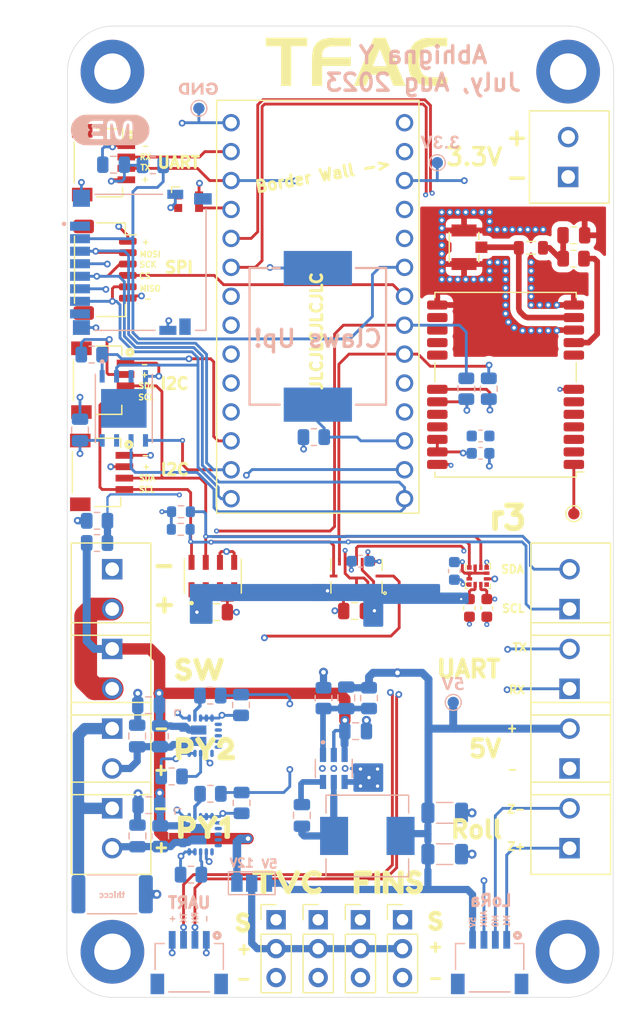
<source format=kicad_pcb>
(kicad_pcb (version 20221018) (generator pcbnew)
  (layers (0 "F.Cu" signal) (1 "In1.Cu" signal) (2 "In2.Cu" signal) (31 "B.Cu" signal) (34 "B.Paste" user) (35 "F.Paste" user) (36 "B.SilkS" user "B.Silkscreen") (37 "F.SilkS" user "F.Silkscreen") (38 "B.Mask" user) (39 "F.Mask" user) (44 "Edge.Cuts" user))
  (net 0 "")
  (net 1 "GND")
  (net 2 "+5V")
  (net 3 "+3V3")
  (net 4 "+12V")
  (net 5 "Net-(U1-C1)")
  (net 6 "Net-(U2-FB)")
  (net 7 "Net-(U2-BST)")
  (net 8 "Net-(U2-SW)")
  (net 9 "/Flash_SD_Card/FLASH-CS")
  (net 10 "/Power_Input_Regulator/VOLTAGE")
  (net 11 "/Flash_SD_Card/MISO")
  (net 12 "/Flash_SD_Card/MOSI")
  (net 13 "/Flash_SD_Card/SCK")
  (net 15 "Net-(U4-SDA{slash}~{SPI_CS})")
  (net 16 "Net-(C6-Pad1)")
  (net 17 "/Peripherals+Outputs/NEO-PIX")
  (net 18 "/Peripherals+Outputs/TX")
  (net 19 "/Peripherals+Outputs/RX")
  (net 20 "/Peripherals+Outputs/Z+")
  (net 21 "/Peripherals+Outputs/Z-")
  (net 22 "/Peripherals+Outputs/TVCX")
  (net 23 "/Peripherals+Outputs/TVCY")
  (net 24 "/BATT")
  (net 25 "/Peripherals+Outputs/Buzz")
  (net 26 "Net-(U4-SCL{slash}SPI_CLK)")
  (net 27 "Net-(U12-EN)")
  (net 28 "/PyroTechnic_Channels/VOUT1")
  (net 29 "/PyroTechnic_Channels/VOUT2")
  (net 30 "Net-(U13-EN)")
  (net 31 "Net-(U12-ISEN)")
  (net 32 "Net-(U13-ISEN)")
  (net 33 "Net-(U4-~{SAFEBOOT})")
  (net 34 "/PyroTechnic_Channels/-")
  (net 48 "/GNSS_Radio/SCL")
  (net 49 "/GNSS_Radio/SDA")
  (net 50 "/GNSS_Radio/GNSS_ANT")
  (net 52 "/GNSS_Radio/VREF_GNSS")
  (net 53 "Net-(U7-INT2)")
  (net 64 "/Flash_SD_Card/SD-CS")
  (net 69 "/Peripherals+Outputs/FIN1")
  (net 70 "/Peripherals+Outputs/FIN2")
  (net 71 "/Peripherals+Outputs/CS")
  (net 72 "/Proc/Gyro_INT")
  (net 73 "/Proc/Accel_INT")
  (net 74 "/Proc/Mag_INT")
  (net 75 "/Proc/PY1")
  (net 76 "/Proc/PY2")
  (net 80 "/Peripherals+Outputs/Servo_PWR")
  (footprint "FC_Parts:JST_SM04B-SRSS-TB(LF)(SN)" (layer "F.Cu") (at 132.1 100.1 -90)
    (fp_text reference "HD4" hide)
    (fp_text value "Header_1x4")
  )
  (footprint "MountingHole:MountingHole_3.2mm_M3_DIN965_Pad" (layer "F.Cu") (at 171 73)
    (fp_text reference "H2" hide)
    (fp_text value "MountingHole")
  )
  (footprint "FC_Parts:OST_OSTTE020104" (layer "F.Cu") (at 171 80.5 90)
    (fp_text reference "J3" hide)
    (fp_text value "Screw_Terminal_01x02")
  )
  (footprint "FC_Parts:OST_OSTTE020104" (layer "F.Cu") (at 130.9276 118.452 -90)
    (fp_text reference "TM1" hide)
    (fp_text value "Battery_Term")
  )
  (footprint "FC_Parts:OST_OSTTE020104" (layer "F.Cu") (at 130.9276 125.452 -90)
    (fp_text reference "TM2" hide)
    (fp_text value "Switch")
  )
  (footprint "FC_Parts:OST_OSTTE020104" (layer "F.Cu") (at 130.9276 139.452 -90)
    (fp_text reference "TM8" hide)
    (fp_text value "Screw_Terminal_01x02")
  )
  (footprint "MountingHole:MountingHole_3.2mm_M3_DIN965_Pad" (layer "F.Cu") (at 130.95 150.3)
    (fp_text reference "H4" hide)
    (fp_text value "MountingHole")
  )
  (footprint "FC_Parts:OST_OSTTE020104" (layer "F.Cu") (at 130.9276 132.452 -90)
    (fp_text reference "TM3" hide)
    (fp_text value "Screw_Terminal_01x02")
  )
  (footprint "Connector_PinHeader_2.54mm:PinHeader_1x03_P2.54mm_Vertical" (layer "F.Cu") (at 152.744124 147.485825)
    (fp_text reference "M3" hide)
    (fp_text value "Motor_Servo")
  )
  (footprint "Connector_PinHeader_2.54mm:PinHeader_1x03_P2.54mm_Vertical" (layer "F.Cu") (at 156.444124 147.485825)
    (fp_text reference "M4" hide)
    (fp_text value "Motor_Servo")
  )
  (footprint "New_FC_Parts:Teensy_4.0" (layer "F.Cu") (at 149 94)
    (fp_text reference "U3" hide)
    (fp_text value "Teensy4.0" hide)
  )
  (footprint "Connector_PinHeader_2.54mm:PinHeader_1x03_P2.54mm_Vertical" (layer "F.Cu") (at 145.334124 147.485825)
    (fp_text reference "M1" hide)
    (fp_text value "Motor_Servo")
  )
  (footprint "Connector_PinHeader_2.54mm:PinHeader_1x03_P2.54mm_Vertical" (layer "F.Cu") (at 149.034124 147.485825)
    (fp_text reference "M2" hide)
    (fp_text value "Motor_Servo")
  )
  (footprint "MountingHole:MountingHole_3.2mm_M3_DIN965_Pad" (layer "F.Cu") (at 170.95 150.3)
    (fp_text reference "H3" hide)
    (fp_text value "MountingHole")
  )
  (footprint "label" (layer "F.Cu") (at 159.344124 147.585825)
    (fp_text reference "kibuzzard-616AC14D" hide)
    (fp_text value "G***" hide)
  )
  (footprint "label" (layer "F.Cu") (at 152.4 72.136)
    (fp_text reference "kibuzzard-6177BE78" hide)
    (fp_text value "G***" hide)
  )
  (footprint "MountingHole:MountingHole_3.2mm_M3_DIN965_Pad" (layer "F.Cu") (at 130.95 73)
    (fp_text reference "H1" hide)
    (fp_text value "MountingHole")
  )
  (footprint "digikey-footprints:VFLGA-12_2x2mm" (layer "F.Cu") (at 163.075 117.3)
    (fp_text reference "U1" hide)
    (fp_text value "LIS3MDL")
  )
  (footprint "Capacitor_SMD:C_0805_2012Metric" (layer "F.Cu") (at 152.225 120.375 180)
    (fp_text reference "C13" hide)
    (fp_text value "0.1uF")
  )
  (footprint "kibuzzard-630E3438" (layer "F.Cu") (at 138.6 125.5)
    (fp_text reference "kibuzzard-630E3438" hide)
    (fp_text value "G***" hide)
  )
  (footprint "label" (layer "F.Cu") (at 142.419124 147.725825)
    (fp_text reference "kibuzzard-616AC14D" hide)
    (fp_text value "G***" hide)
  )
  (footprint "Inductor_SMD:L_0805_2012Metric" (layer "F.Cu") (at 167.725 88.475)
    (fp_text reference "L2" hide)
    (fp_text value "27nH")
  )
  (footprint "FC_Parts:JST_SM04B-SRSS-TB(LF)(SN)" (layer "F.Cu") (at 132 108.2 -90)
    (fp_text reference "HD2" hide)
    (fp_text value "Header_1x4")
  )
  (footprint "FC_Parts:WS2812B-2020_2x2mm" (layer "F.Cu") (at 137.6475 84.425 180)
    (fp_text reference "D1" hide)
    (fp_text value "NeoPixel")
  )
  (footprint "FC_Parts:JST_SM04B-SRSS-TB(LF)(SN)" (layer "F.Cu") (at 132.17 81 -90)
    (fp_text reference "HD1" hide)
    (fp_text value "Header_1x4")
  )
  (footprint "FC_Parts:BMI088_usethisboi_QFN_Package" (layer "F.Cu") (at 152.4 117.3 -90)
    (fp_text reference "U7" hide)
    (fp_text value "BMI088")
  )
  (footprint "kibuzzard-630E3421" (layer "F.Cu") (at 139.125 132.45)
    (fp_text reference "kibuzzard-630E3421" hide)
    (fp_text value "G***" hide)
  )
  (footprint "FC_Parts:UFL" (layer "F.Cu") (at 161.85 88.425 90)
    (fp_text reference "U6" hide)
    (fp_text value "UFL_Conn")
  )
  (footprint "Resistor_SMD:R_0805_2012Metric" (layer "F.Cu") (at 171.475 89.425)
    (fp_text reference "R3" hide)
    (fp_text value "10ohm")
  )
  (footprint "FC_Parts:OST_OSTTE020104" (layer "F.Cu") (at 171.125 132.452 90)
    (fp_text reference "J6" hide)
    (fp_text value "Screw_Terminal_01x02")
  )
  (footprint "FC_Parts:OST_OSTTE020104" (layer "F.Cu") (at 171.125 118.452 90)
    (fp_text reference "J2" hide)
    (fp_text value "Screw_Terminal_01x02")
  )
  (footprint "kibuzzard-64844101" (layer "F.Cu") (at 155.2 144.2)
    (fp_text reference "kibuzzard-64844101" hide)
    (fp_text value "G***" hide)
  )
  (footprint "Connector_JST:JST_SH_SM06B-SRSS-TB_1x06-1MP_P1.00mm_Horizontal" (layer "F.Cu") (at 130.3 90.4 -90)
    (fp_text reference "U9" hide)
    (fp_text value "JST6Pin")
  )
  (footprint "FC_Parts:MS5611" (layer "F.Cu") (at 139.775 117.3 90)
    (fp_text reference "U8" hide)
    (fp_text value "MS5611" hide)
  )
  (footprint "FC_Parts:OST_OSTTE020104" (layer "F.Cu") (at 171.125 125.452 90)
    (fp_text reference "J4" hide)
    (fp_text value "Screw_Terminal_01x02")
  )
  (footprint "kibuzzard-648440F5" (layer "F.Cu") (at 146.3 144.2)
    (fp_text reference "kibuzzard-648440F5" hide)
    (fp_text value "G***" hide)
  )
  (footprint "Capacitor_SMD:C_0805_2012Metric" (layer "F.Cu") (at 140.1 120.475)
    (fp_text reference "C12" hide)
    (fp_text value "0.1uF")
  )
  (footprint "TestPoint:TestPoint_Pad_D1.0mm" (layer "F.Cu") (at 171.5 111.825)
    (fp_text reference "TP1" hide)
    (fp_text value "Safeboot-GND")
  )
  (footprint "Capacitor_SMD:C_0603_1608Metric" (layer "F.Cu") (at 162.325 120.1 -90)
    (fp_text reference "C2" hide)
    (fp_text value "0.1uF")
  )
  (footprint "RF_GPS:ublox_NEO" (layer "F.Cu") (at 165.5 100.5 180)
    (fp_text reference "U4" hide)
    (fp_text value "NEO-M8N")
  )
  (footprint "Capacitor_SMD:C_0805_2012Metric" (layer "F.Cu") (at 171.5 87.375)
    (fp_text reference "C6" hide)
    (fp_text value "47pF")
  )
  (footprint "Capacitor_SMD:C_0603_1608Metric" (layer "F.Cu") (at 163.85 120.1 -90)
    (fp_text reference "C3" hide)
    (fp_text value "1uF")
  )
  (footprint "FC_Parts:OST_OSTTE020104" (layer "F.Cu") (at 171.125 139.452 90)
    (fp_text reference "J1" hide)
    (fp_text value "Screw_Terminal_01x02")
  )
  (footprint "kibuzzard-630E342B" (layer "F.Cu") (at 139 139.35)
    (fp_text reference "kibuzzard-630E342B" hide)
    (fp_text value "G***" hide)
  )
  (footprint "TestPoint:TestPoint_Pad_D1.0mm" (layer "B.Cu") (at 159.5 81 180)
    (fp_text reference "TP3" hide)
    (fp_text value "TEST-POINT")
  )
  (footprint "label" (layer "B.Cu") (at 138.5 74.5 180)
    (fp_text reference "kibuzzard-6177F1EE" hide)
    (fp_text value "G***" hide)
  )
  (footprint "label" (layer "B.Cu") (at 130.75 78.125 180)
    (fp_text reference "kibuzzard-6177C39A" hide)
    (fp_text value "G***" hide)
  )
  (footprint "FC_Parts:IS25LP064A-JKLE" (layer "B.Cu") (at 131.95 102.575 -90)
    (fp_text reference "U5" hide)
    (fp_text value "IS25LP064A-JKLE")
  )
  (footprint "Resistor_SMD:R_0805_2012Metric" (layer "B.Cu") (at 129.6 114.4)
    (fp_text reference "R26" hide)
    (fp_text value "86.6k")
  )
  (footprint "Resistor_SMD:R_0805_2012Metric" (layer "B.Cu") (at 153.5 128.025 -90)
    (fp_text reference "R24" hide)
    (fp_text value "158k")
  )
  (footprint "Resistor_SMD:R_0805_2012Metric" (layer "B.Cu") (at 148.65 105.1 180)
    (fp_text reference "R4" hide)
    (fp_text value "1k")
  )
  (footprint "FC_Parts:AST1240MLTRQ" (layer "B.Cu") (at 149 96.25 90)
    (fp_text reference "B1" hide)
    (fp_text value "AST1240MLQTR")
  )
  (footprint "FC_Parts:UCS3205" (layer "B.Cu") (at 138.7 131.325 -90)
    (fp_text reference "U13" hide)
    (fp_text value "UCS3205")
  )
  (footprint "TestPoint:TestPoint_Pad_D1.0mm" (layer "B.Cu") (at 160.9 128.4 180)
    (fp_text reference "TP2" hide)
    (fp_text value "TEST-POINT")
  )
  (footprint "Capacitor_SMD:C_0805_2012Metric" (layer "B.Cu") (at 128.1 104.475 90)
    (fp_text reference "C10" hide)
    (fp_text value "10uF")
  )
  (footprint "Resistor_SMD:R_0805_2012Metric" (layer "B.Cu") (at 134.5 81.225)
    (fp_text reference "R7" hide)
    (fp_text value "10k")
  )
  (footprint "Resistor_SMD:R_0805_2012Metric" (layer "B.Cu") (at 139.5625 136.425)
    (fp_text reference "R12" hide)
    (fp_text value "47ohm")
  )
  (footprint "Capacitor_SMD:C_0805_2012Metric" (layer "B.Cu") (at 147.6 138.325 -90)
    (fp_text reference "C17" hide)
    (fp_text value "0.1uF")
  )
  (footprint "Resistor_SMD:R_0603_1608Metric" (layer "B.Cu") (at 136.95 113.2 180)
    (fp_text reference "R6" hide)
    (fp_text value "4.7k")
  )
  (footprint "Resistor_SMD:R_0805_2012Metric" (layer "B.Cu") (at 135.15 140.15 90)
    (fp_text reference "R14" hide)
    (fp_text value "10k")
  )
  (footprint "Resistor_SMD:R_0805_2012Metric" (layer "B.Cu") (at 136.15 134.9)
    (fp_text reference "R18" hide)
    (fp_text value "1k")
  )
  (footprint "Capacitor_SMD:C_0603_1608Metric" (layer "B.Cu") (at 163.3 105)
    (fp_text reference "C4" hide)
    (fp_text value "1uF")
  )
  (footprint "FC_Parts:AP63301WU-7" (layer "B.Cu") (at 150.404 134.2 -90)
    (fp_text reference "U2" hide)
    (fp_text value "AP63301WU-7")
  )
  (footprint "Resistor_SMD:R_0805_2012Metric" (layer "B.Cu") (at 135.125 131.375 90)
    (fp_text reference "R15" hide)
    (fp_text value "10k")
  )
  (footprint "Capacitor_SMD:C_0805_2012Metric" (layer "B.Cu") (at 134.15 137.425 180)
    (fp_text reference "C25" hide)
    (fp_text value "10uF")
  )
  (footprint "Resistor_SMD:R_0805_2012Metric" (layer "B.Cu") (at 139.55 127.8)
    (fp_text reference "R13" hide)
    (fp_text value "47ohm")
  )
  (footprint "Resistor_SMD:R_2512_6332Metric" (layer "B.Cu") (at 130.925 145.25 180)
    (fp_text reference "R19" hide)
    (fp_text value "4.7ohm")
  )
  (footprint "Resistor_SMD:R_0805_2012Metric" (layer "B.Cu") (at 129.125 97.85)
    (fp_text reference "R5" hide)
    (fp_text value "10k")
  )
  (footprint "Resistor_SMD:R_0805_2012Metric" (layer "B.Cu") (at 162.05 100.85 90)
    (fp_text reference "R2" hide)
    (fp_text value "33ohm")
  )
  (footprint "Capacitor_SMD:C_1206_3216Metric" (layer "B.Cu") (at 160.15 138.1)
    (fp_text reference "C20" hide)
    (fp_text value "22uF")
  )
  (footprint "Capacitor_SMD:C_0603_1608Metric" (layer "B.Cu") (at 163.3 106.525)
    (fp_text reference "C5" hide)
    (fp_text value "0.1uF")
  )
  (footprint "FC_Parts:SRP7028A-6R8M" (layer "B.Cu") (at 153.35 140.125)
    (fp_text reference "L1" hide)
    (fp_text value "6.8uH" hide)
  )
  (footprint "Jumper:SolderJumper-3_P1.3mm_Open_Pad1.0x1.5mm" (layer "B.Cu") (at 143.19 144.28 180)
    (fp_text reference "JP1" hide)
    (fp_text value "SolderJumper_3_Open")
  )
  (footprint "Capacitor_SMD:C_0603_1608Metric" (layer "B.Cu") (at 161 116.85 90)
    (fp_text reference "C1" hide)
    (fp_text value "0.1uF")
  )
  (footprint "Capacitor_SMD:C_0805_2012Metric" (layer "B.Cu") (at 134.125 128.65 180)
    (fp_text reference "C26" hide)
    (fp_text value "10uF")
  )
  (footprint "Resistor_SMD:R_0805_2012Metric" (layer "B.Cu") (at 142.3 137.225 90)
    (fp_text reference "R10" hide)
    (fp_text value "470ohm" hide)
  )
  (footprint "Capacitor_SMD:C_0603_1608Metric" (layer "B.Cu") (at 152.75 116)
    (fp_text reference "C14" hide)
    (fp_text value "0.1uF")
  )
  (footprint "Capacitor_SMD:C_0805_2012Metric" (layer "B.Cu") (at 151.5 128 -90)
    (fp_text reference "C8" hide)
    (fp_text value "47pF")
  )
  (footprint "Capacitor_SMD:C_0805_2012Metric" (layer "B.Cu") (at 131.05 81.175 180)
    (fp_text reference "C7" hide)
    (fp_text value "10uF")
  )
  (footprint "Capacitor_SMD:C_0805_2012Metric" (layer "B.Cu") (at 133.125 131.35 90)
    (fp_text reference "C28" hide)
    (fp_text value "10uF")
  )
  (footprint "Resistor_SMD:R_0805_2012Metric" (layer "B.Cu") (at 142.25 128.625 90)
    (fp_text reference "R11" hide)
    (fp_text value "470ohm")
  )
  (footprint "kibuzzard-630E1258" (layer "B.Cu") (at 159.725 79.2 180)
    (fp_text reference "kibuzzard-630E1258" hide)
    (fp_text value "G***" hide)
  )
  (footprint "TestPoint:TestPoint_Pad_D1.0mm" (layer "B.Cu") (at 138.55 76.225 180)
    (fp_text reference "TP4" hide)
    (fp_text value "TEST-POINT")
  )
  (footprint "Resistor_SMD:R_0805_2012Metric" (layer "B.Cu") (at 137.85 143.525)
    (fp_text reference "R17" hide)
    (fp_text value "1k")
  )
  (footprint "FC_Parts:HRS_DM3D-SF" (layer "B.Cu") (at 128.1 89.775 90)
    (fp_text reference "U10" hide)
    (fp_text value "DM3D-SF")
  )
  (footprint "Capacitor_SMD:C_1206_3216Metric" (layer "B.Cu") (at 160.15 141.725)
    (fp_text reference "C21" hide)
    (fp_text value "22uF")
  )
  (footprint "FC_Parts:UCS3205" (layer "B.Cu") (at 138.7 139.975 -90)
    (fp_text reference "U12" hide)
    (fp_text value "UCS3205")
  )
  (footprint "Capacitor_SMD:C_0805_2012Metric" (layer "B.Cu") (at 152.325 130.925)
    (fp_text reference "C15" hide)
    (fp_text value "10uF")
  )
  (footprint "Resistor_SMD:R_0805_2012Metric" (layer "B.Cu") (at 149.5 128.025 90)
    (fp_text reference "R25" hide)
    (fp_text value "30.1k")
  )
  (footprint "FC_Parts:JST_SM04B-SRSS-TB(LF)(SN)" (layer "B.Cu") (at 164.1 149.25 180)
    (fp_text reference "HD5" hide)
    (fp_text value "Header_1x4")
  )
  (footprint "Resistor_SMD:R_0805_2012Metric" (layer "B.Cu") (at 164.025 100.85 90)
    (fp_text reference "R1" hide)
    (fp_text value "33ohm")
  )
  (footprint "FC_Parts:JST_SM04B-SRSS-TB(LF)(SN)" (layer "B.Cu") (at 137.7 149.25 180)
    (fp_text reference "HD6" hide)
    (fp_text value "Header_1x4")
  )
  (footprint "Resistor_SMD:R_0603_1608Metric" (layer "B.Cu") (at 136.975 111.65 180)
    (fp_text reference "R8" hide)
    (fp_text value "4.7k")
  )
  (footprint "Capacitor_SMD:C_0805_2012Metric" (layer "B.Cu") (at 133.15 140.125 90)
    (fp_text reference "C27" hide)
    (fp_text value "10uF")
  )
  (footprint "kibuzzard-630E12E2" (layer "B.Cu") (at 160.85 126.75 180)
    (fp_text reference "kibuzzard-630E12E2" hide)
    (fp_text value "G***" hide)
  )
  (footprint "Resistor_SMD:R_0805_2012Metric" (layer "B.Cu") (at 129.6 112.45 180)
    (fp_text reference "R27" hide)
    (fp_text value "30.1k")
  )
  (gr_line (start 170.95 154.3) (end 130.95 154.3) (stroke (width 0.05)) (layer "Edge.Cuts"))
  (gr_line (start 127 73) (end 126.95 150.3) (stroke (width 0.05)) (layer "Edge.Cuts"))
  (gr_arc (start 127 73) (mid 128.171573 70.171573) (end 131 69) (stroke (width 0.05)) (layer "Edge.Cuts"))
  (gr_arc (start 174.95 150.3) (mid 173.778427 153.128427) (end 170.95 154.3) (stroke (width 0.05)) (layer "Edge.Cuts"))
  (gr_arc (start 130.95 154.3) (mid 128.121573 153.128427) (end 126.95 150.3) (stroke (width 0.05)) (layer "Edge.Cuts"))
  (gr_arc (start 171 69) (mid 173.828427 70.171573) (end 175 73) (stroke (width 0.05)) (layer "Edge.Cuts"))
  (gr_line (start 171 69) (end 131 69) (stroke (width 0.05)) (layer "Edge.Cuts"))
  (gr_line (start 174.95 150.3) (end 175 73) (stroke (width 0.05)) (layer "Edge.Cuts"))
  (gr_text "Claws Up!" (at 154.8 97.325) (layer "B.SilkS") (effects (font (size 1.5 1.5) (thickness 0.3) bold) (justify left bottom mirror)))
  (gr_text "12V" (at 142.31 142.5) (layer "B.SilkS") (effects (font (size 0.75 0.75) (thickness 0.1875)) (justify mirror)))
  (gr_text "-" (at 139.2 147.4 90) (layer "B.SilkS") (effects (font (size 0.5 0.5) (thickness 0.125)) (justify mirror)))
  (gr_text "AUX" (at 163.6 147.4 90) (layer "B.SilkS") (effects (font (size 0.5 0.5) (thickness 0.125)) (justify mirror)))
  (gr_text "thiccc" (at 130.9 145.3) (layer "B.SilkS") (effects (font (size 0.5 0.5) (thickness 0.125)) (justify mirror)))
  (gr_text "+\n" (at 136.2 147.4 90) (layer "B.SilkS") (effects (font (size 0.5 0.5) (thickness 0.125)) (justify mirror)))
  (gr_text "RX" (at 138.225 147.3 90) (layer "B.SilkS") (effects (font (size 0.5 0.5) (thickness 0.125)) (justify mirror)))
  (gr_text "5V" (at 144.75 142.59) (layer "B.SilkS") (effects (font (size 0.75 0.75) (thickness 0.1875) bold) (justify mirror)))
  (gr_text "M1\n" (at 165.6 147.6 90) (layer "B.SilkS") (effects (font (size 0.5 0.5) (thickness 0.125)) (justify mirror)))
  (gr_text "LoRa" (at 164.2 145.8) (layer "B.SilkS") (effects (font (size 1 1) (thickness 0.25)) (justify mirror)))
  (gr_text "5V" (at 162.6 147.7 90) (layer "B.SilkS") (effects (font (size 0.5 0.5) (thickness 0.125)) (justify mirror)))
  (gr_text "UART" (at 137.7 146) (layer "B.SilkS") (effects (font (size 1 1) (thickness 0.25)) (justify mirror)))
  (gr_text "TX\n" (at 137.2 147.3 90) (layer "B.SilkS") (effects (font (size 0.5 0.5) (thickness 0.125)) (justify mirror)))
  (gr_text "M0" (at 164.6 147.6 90) (layer "B.SilkS") (effects (font (size 0.5 0.5) (thickness 0.125)) (justify mirror)))
  (gr_text "Abhigna Y\nJuly, Aug 2023" (at 158.25 72.75) (layer "B.SilkS") (effects (font (size 1.5 1.5) (thickness 0.3)) (justify mirror)))
  (gr_text "+" (at 159.344124 149.835825) (layer "F.SilkS") (effects (font (size 1 1) (thickness 0.25))))
  (gr_text "SCL\n" (at 166.175 120.15) (layer "F.SilkS") (effects (font (size 0.7 0.7) (thickness 0.175))))
  (gr_text "TX" (at 166.75 123.575) (layer "F.SilkS") (effects (font (size 0.7 0.7) (thickness 0.175))))
  (gr_text "-" (at 133.85 106.7) (layer "F.SilkS") (effects (font (size 0.5 0.5) (thickness 0.125))))
  (gr_text "JLCJLCJLCJLC\n" (at 148.9 95.8 90) (layer "F.SilkS") (effects (font (size 1 1) (thickness 0.25))))
  (gr_text "SCL" (at 133.925 101.6) (layer "F.SilkS") (effects (font (size 0.5 0.5) (thickness 0.125))))
  (gr_text "+\n" (at 133.925 107.7) (layer "F.SilkS") (effects (font (size 0.5 0.5) (thickness 0.125))))
  (gr_text "Z+" (at 166.45 141.05) (layer "F.SilkS") (effects (font (size 0.7 0.7) (thickness 0.175))))
  (gr_text "Roll" (at 162.95 139.575) (layer "F.SilkS") (effects (font (size 1.5 1.5) (thickness 0.375))))
  (gr_text "3.3V" (at 162.75 80.5) (layer "F.SilkS") (effects (font (size 1.5 1.5) (thickness 0.3))))
  (gr_text "-" (at 135.475 116.325) (layer "F.SilkS") (effects (font (size 1.5 1.5) (thickness 0.375))))
  (gr_text "TX\n" (at 133.85 81.425) (layer "F.SilkS") (effects (font (size 0.5 0.5) (thickness 0.125))))
  (gr_text "SDA\n" (at 134 108.7) (layer "F.SilkS") (effects (font (size 0.5 0.5) (thickness 0.125))))
  (gr_text "+" (at 135.25 141.1) (layer "F.SilkS") (effects (font (size 1 1) (thickness 0.25))))
  (gr_text "+" (at 135.225 134.3) (layer "F.SilkS") (effects (font (size 1 1) (thickness 0.25))))
  (gr_text "Z-" (at 166.425 137.775) (layer "F.SilkS") (effects (font (size 0.7 0.7) (thickness 0.175))))
  (gr_text "SPI" (at 136.8 90.2) (layer "F.SilkS") (effects (font (size 1 1) (thickness 0.25))))
  (gr_text "-" (at 135.2 137.675) (layer "F.SilkS") (effects (font (size 1 1) (thickness 0.25))))
  (gr_text "-" (at 166.1 134.275) (layer "F.SilkS") (effects (font (size 0.7 0.7) (thickness 0.175))))
  (gr_text "-" (at 159.344124 152.585825) (layer "F.SilkS") (effects (font (size 1 1) (thickness 0.25))))
  (gr_text "CS\n" (at 133.8 90.95) (layer "F.SilkS") (effects (font (size 0.5 0.5) (thickness 0.125))))
  (gr_text "-" (at 133.775 98.7) (layer "F.SilkS") (effects (font (size 0.5 0.5) (thickness 0.125))))
  (gr_text "-" (at 133.85 79.525) (layer "F.SilkS") (effects (font (size 0.5 0.5) (thickness 0.125))))
  (gr_text "SDA" (at 166.1 116.7) (layer "F.SilkS") (effects (font (size 0.7 0.7) (thickness 0.175))))
  (gr_text "+" (at 142.519124 150.025825) (layer "F.SilkS") (effects (font (size 1 1) (thickness 0.25))))
  (gr_text "-\n" (at 166.5 82.25) (layer "F.SilkS") (effects (font (size 1.5 1.5) (thickness 0.3))))
  (gr_text "+" (at 166.075 130.65) (layer "F.SilkS") (effects (font (size 0.7 0.7) (thickness 0.175))))
  (gr_text "r3" (at 165.675 112.2) (layer "F.SilkS") (effects (font (size 2 2) (thickness 0.5))))
  (gr_text "RX" (at 166.5 127.3) (layer "F.SilkS") (effects (font (size 0.7 0.7) (thickness 0.175))))
  (gr_text "+" (at 166.5 78.75) (layer "F.SilkS") (effects (font (size 1.5 1.5) (thickness 0.3))))
  (gr_text "RX" (at 133.85 80.5) (layer "F.SilkS") (effects (font (size 0.5 0.5) (thickness 0.125))))
  (gr_text "+\n" (at 133.825 82.45) (layer "F.SilkS") (effects (font (size 0.5 0.5) (thickness 0.125))))
  (gr_text "UART" (at 136.775 80.975) (layer "F.SilkS") (effects (font (size 1 1) (thickness 0.25))))
  (gr_text "SCK\n" (at 134.075 89.95) (layer "F.SilkS") (effects (font (size 0.5 0.5) (thickness 0.125))))
  (gr_text "SCL" (at 133.975 109.7) (layer "F.SilkS") (effects (font (size 0.5 0.5) (thickness 0.125))))
  (gr_text "Border Wall ->" (at 143.5 83.75 10) (layer "F.SilkS") (effects (font (size 1 1) (thickness 0.25) bold) (justify left bottom)))
  (gr_text "MISO\n" (at 134.275 92.05) (layer "F.SilkS") (effects (font (size 0.5 0.5) (thickness 0.125))))
  (gr_text "MOSI" (at 134.275 89.05) (layer "F.SilkS") (effects (font (size 0.5 0.5) (thickness 0.125))))
  (gr_text "I2C" (at 136.4 100.4) (layer "F.SilkS") (effects (font (size 1 1) (thickness 0.25))))
  (gr_text "+" (at 133.875 87.95) (layer "F.SilkS") (effects (font (size 0.5 0.5) (thickness 0.125))))
  (gr_text "5V" (at 163.7 132.475) (layer "F.SilkS") (effects (font (size 1.5 1.5) (thickness 0.375))))
  (gr_text "+" (at 135.525 119.75) (layer "F.SilkS") (effects (font (size 1.5 1.5) (thickness 0.375))))
  (gr_text "I2C" (at 136.425 107.95) (layer "F.SilkS") (effects (font (size 1 1) (thickness 0.25))))
  (gr_text "+\n" (at 133.775 99.6) (layer "F.SilkS") (effects (font (size 0.5 0.5) (thickness 0.125))))
  (gr_text "-" (at 142.494124 152.650825) (layer "F.SilkS") (effects (font (size 1 1) (thickness 0.25))))
  (gr_text "SDA\n" (at 133.95 100.6) (layer "F.SilkS") (effects (font (size 0.5 0.5) (thickness 0.125))))
  (gr_text "-" (at 135.25 130.65) (layer "F.SilkS") (effects (font (size 1 1) (thickness 0.25))))
  (gr_text "-" (at 134.075 92.95) (layer "F.SilkS") (effects (font (size 0.5 0.5) (thickness 0.125))))
  (gr_text "UART\n" (at 162.25 125.475) (layer "F.SilkS") (effects (font (size 1.5 1.5) (thickness 0.375) bold)))
  (segment (start 141.1 119.425) (end 141.525 119.425) (width 0.25) (layer "F.Cu") (net 1))
  (segment (start 141.7 118.55) (end 141.65 118.5) (width 0.25) (layer "F.Cu") (net 1))
  (segment (start 153.05 117.475) (end 152.475 117.475) (width 0.25) (layer "F.Cu") (net 1))
  (segment (start 154.3875 116.0375) (end 154.4 116.025) (width 0.25) (layer "F.Cu") (net 1))
  (segment (start 140.4 115.275) (end 140.5 115.175) (width 0.25) (layer "F.Cu") (net 1))
  (segment (start 136.7325 84.975) (end 136.1 84.975) (width 0.25) (layer "F.Cu") (net 1))
  (segment (start 160.625 107.5) (end 160.7 107.575) (width 0.25) (layer "F.Cu") (net 1))
  (segment (start 140.4 118.5) (end 140.4 119.275) (width 0.25) (layer "F.Cu") (net 1))
  (segment (start 152.4 118.5625) (end 152.4 117.55) (width 0.25) (layer "F.Cu") (net 1))
  (segment (start 141.05 120.475) (end 141.05 119.475) (width 0.25) (layer "F.Cu") (net 1))
  (segment (start 132.3 92.7) (end 133.5 92.7) (width 0.25) (layer "F.Cu") (net 1))
  (segment (start 163.85 120.875) (end 163.85 121.55) (width 0.25) (layer "F.Cu") (net 1))
  (segment (start 141.525 119.425) (end 141.7 119.25) (width 0.25) (layer "F.Cu") (net 1))
  (segment (start 152.475 117.475) (end 151.8 117.475) (width 0.25) (layer "F.Cu") (net 1))
  (segment (start 161.7 116.85) (end 161.9 117.05) (width 0.25) (layer "F.Cu") (net 1))
  (segment (start 171.5 100.9) (end 170.275 100.9) (width 0.25) (layer "F.Cu") (net 1))
  (segment (start 132.1 98.6) (end 134.8 98.6) (width 0.25) (layer "F.Cu") (net 1))
  (segment (start 162.3125 117.55) (end 162.3125 117.05) (width 0.25) (layer "F.Cu") (net 1))
  (segment (start 153.4 117.825) (end 153.05 117.475) (width 0.25) (layer "F.Cu") (net 1))
  (segment (start 152.4 117.55) (end 152.475 117.475) (width 0.25) (layer "F.Cu") (net 1))
  (segment (start 141.7 119.25) (end 141.7 118.55) (width 0.25) (layer "F.Cu") (net 1))
  (segment (start 151.25 119.325) (end 151.25 120.35) (width 0.25) (layer "F.Cu") (net 1))
  (segment (start 162.3125 117.05) (end 162.9 117.05) (width 0.25) (layer "F.Cu") (net 1))
  (segment (start 161.9 117.05) (end 162.3125 117.05) (width 0.25) (layer "F.Cu") (net 1))
  (segment (start 132 106.7) (end 134.3 106.7) (width 0.25) (layer "F.Cu") (net 1))
  (segment (start 151.4 119.175) (end 151.25 119.325) (width 0.25) (layer "F.Cu") (net 1))
  (segment (start 140.4 119.275) (end 140.55 119.425) (width 0.25) (layer "F.Cu") (net 1))
  (segment (start 162.825 116.975) (end 162.9 117.05) (width 0.25) (layer "F.Cu") (net 1))
  (segment (start 153.4 118.5625) (end 153.4 117.825) (width 0.25) (layer "F.Cu") (net 1))
  (segment (start 135.025 98.825) (end 135.025 99.75) (width 0.25) (layer "F.Cu") (net 1))
  (segment (start 153.9 116.0375) (end 154.3875 116.0375) (width 0.25) (layer "F.Cu") (net 1))
  (segment (start 151.25 120.35) (end 151.275 120.375) (width 0.25) (layer "F.Cu") (net 1))
  (segment (start 151.4 115.05) (end 151.4 116.0375) (width 0.25) (layer "F.Cu") (net 1))
  (segment (start 141.65 116.1) (end 141.65 115.275) (width 0.25) (layer "F.Cu") (net 1))
  (segment (start 151.4 117.075) (end 151.4 116.0375) (width 0.25) (layer "F.Cu") (net 1))
  (segment (start 141.05 119.475) (end 141.1 119.425) (width 0.25) (layer "F.Cu") (net 1))
  (segment (start 134.8 98.6) (end 135.025 98.825) (width 0.25) (layer "F.Cu") (net 1))
  (segment (start 141.65 115.275) (end 141.525 115.15) (width 0.25) (layer "F.Cu") (net 1))
  (segment (start 131.07 79.5) (end 130.96 79.61) (width 0.25) (layer "F.Cu") (net 1))
  (segment (start 150.525 120.375) (end 151.275 120.375) (width 0.25) (layer "F.Cu") (net 1))
  (segment (start 159.5 107.5) (end 160.625 107.5) (width 0.25) (layer "F.Cu") (net 1))
  (segment (start 151.8 117.475) (end 151.4 117.075) (width 0.25) (layer "F.Cu") (net 1))
  (segment (start 140.55 119.425) (end 141.1 119.425) (width 0.25) (layer "F.Cu") (net 1))
  (segment (start 140.4 116.1) (end 140.4 115.275) (width 0.25) (layer "F.Cu") (net 1))
  (segment (start 136.1 84.975) (end 136.075 84.95) (width 0.25) (layer "F.Cu") (net 1))
  (segment (start 151.4 118.5625) (end 151.4 119.175) (width 0.25) (layer "F.Cu") (net 1))
  (segment (start 140.5 115.175) (end 140.525 115.15) (width 0.25) (layer "F.Cu") (net 1))
  (segment (start 162.825 116.5375) (end 162.825 116.975) (width 0.25) (layer "F.Cu") (net 1))
  (segment (start 141.525 115.15) (end 140.975 115.15) (width 0.25) (layer "F.Cu") (net 1))
  (segment (start 162.325 120.875) (end 162.325 121.525) (width 0.25) (layer "F.Cu") (net 1))
  (segment (start 162.9 117.05) (end 163.8375 117.05) (width 0.25) (layer "F.Cu") (net 1))
  (segment (start 132.17 79.5) (end 131.07 79.5) (width 0.25) (layer "F.Cu") (net 1))
  (segment (start 141.05 120.475) (end 141.85 120.475) (width 0.25) (layer "F.Cu") (net 1))
  (segment (start 140.525 115.15) (end 140.975 115.15) (width 0.25) (layer "F.Cu") (net 1))
  (segment (start 150.5 120.35) (end 150.525 120.375) (width 0.25) (layer "F.Cu") (net 1))
  (segment (start 161.7 116.05) (end 161.7 116.85) (width 0.25) (layer "F.Cu") (net 1))
  (via (at 149.5 125.75) (size 0.8) (drill 0.4) (layers "F.Cu" "B.Cu") (net 1))
  (via (at 162 91.25) (size 0.6) (drill 0.3) (layers "F.Cu" "B.Cu") (net 1))
  (via (at 159.9 85.35) (size 0.6) (drill 0.3) (layers "F.Cu" "B.Cu") (net 1))
  (via (at 165.5 93.5) (size 0.6) (drill 0.3) (layers "F.Cu" "B.Cu") (net 1))
  (via (at 134.3 106.7) (size 0.6) (drill 0.3) (layers "F.Cu" "B.Cu") (net 1))
  (via (at 165.425 86.875) (size 0.6) (drill 0.3) (layers "F.Cu" "B.Cu") (net 1))
  (via (at 168.5 95.75) (size 0.6) (drill 0.3) (layers "F.Cu" "B.Cu") (net 1))
  (via (at 154.25 135.75) (size 0.6) (drill 0.3) (layers "F.Cu" "B.Cu") (net 1))
  (via (at 140.975 115.15) (size 0.6) (drill 0.3) (layers "F.Cu" "B.Cu") (net 1))
  (via (at 170.275 100.9) (size 0.45) (drill 0.2) (layers "F.Cu" "B.Cu") (net 1))
  (via (at 137.075 77.525) (size 0.6) (drill 0.3) (layers "F.Cu" "B.Cu") (net 1))
  (via (at 159.9 89) (size 0.6) (drill 0.3) (layers "F.Cu" "B.Cu") (net 1))
  (via (at 167.75 91.25) (size 0.6) (drill 0.3) (layers "F.Cu" "B.Cu") (net 1))
  (via (at 162.55 141.725) (size 0.8) (drill 0.4) (layers "F.Cu" "B.Cu") (net 1))
  (via (at 163.4 85.35) (size 0.6) (drill 0.3) (layers "F.Cu" "B.Cu") (net 1))
  (via (at 135.025 99.75) (size 0.6) (drill 0.3) (layers "F.Cu" "B.Cu") (net 1))
  (via (at 141.85 120.475) (size 0.6) (drill 0.3) (layers "F.Cu" "B.Cu") (net 1))
  (via (at 164.1 90.5) (size 0.6) (drill 0.3) (layers "F.Cu" "B.Cu") (net 1))
  (via (at 170 95.75) (size 0.6) (drill 0.3) (layers "F.Cu" "B.Cu") (net 1))
  (via (at 128.1 101.6) (size 0.6) (drill 0.3) (layers "F.Cu" "B.Cu") (net 1))
  (via (at 154.4 116.025) (size 0.45) (drill 0.2) (layers "F.Cu" "B.Cu") (net 1))
  (via (at 164.075 86.875) (size 0.6) (drill 0.3) (layers "F.Cu" "B.Cu") (net 1))
  (via (at 166.1 86.875) (size 0.6) (drill 0.3) (layers "F.Cu" "B.Cu") (net 1))
  (via (at 153.5 135) (size 0.6) (drill 0.3) (layers "F.Cu" "B.Cu") (net 1))
  (via (at 164.1 89.75) (size 0.6) (drill 0.3) (layers "F.Cu" "B.Cu") (net 1))
  (via (at 164.1 91.25) (size 0.6) (drill 0.3) (layers "F.Cu" "B.Cu") (net 1))
  (via (at 160.7 107.575) (size 0.45) (drill 0.2) (layers "F.Cu" "B.Cu") (net 1))
  (via (at 167.75 89.75) (size 0.6) (drill 0.3) (layers "F.Cu" "B.Cu") (net 1))
  (via (at 161.3 91.25) (size 0.6) (drill 0.3) (layers "F.Cu" "B.Cu") (net 1))
  (via (at 133.2 136.425) (size 0.8) (drill 0.4) (layers "F.Cu" "B.Cu") (net 1))
  (via (at 165.5 94.25) (size 0.6) (drill 0.3) (layers "F.Cu" "B.Cu") (net 1))
  (via (at 136.625 137.85) (size 0.6) (drill 0.3) (layers "F.Cu" "B.Cu") (net 1))
  (via (at 169.25 93.5) (size 0.6) (drill 0.3) (layers "F.Cu" "B.Cu") (net 1))
  (via (at 159.9 91.25) (size 0.6) (drill 0.3) (layers "F.Cu" "B.Cu") (net 1))
  (via (at 140.65 138.15) (size 0.6) (drill 0.3) (layers "F.Cu" "B.Cu") (net 1))
  (via (at 162 85.35) (size 0.6) (drill 0.3) (layers "F.Cu" "B.Cu") (net 1))
  (via (at 170 93.5) (size 0.6) (drill 0.3) (layers "F.Cu" "B.Cu") (net 1))
  (via (at 150.5 120.35) (size 0.6) (drill 0.3) (layers "F.Cu" "B.Cu") (net 1))
  (via (at 168.5 93.5) (size 0.6) (drill 0.3) (layers "F.Cu" "B.Cu") (net 1))
  (via (at 152.75 134.25) (size 0.6) (drill 0.3) (layers "F.Cu" "B.Cu") (net 1))
  (via (at 167.75 92) (size 0.6) (drill 0.3) (layers "F.Cu" "B.Cu") (net 1))
  (via (at 162.7 91.25) (size 0.6) (drill 0.3) (layers "F.Cu" "B.Cu") (net 1))
  (via (at 136.975 141.9) (size 0.6) (drill 0.3) (layers "F.Cu" "B.Cu") (net 1))
  (via (at 164.075 107.65) (size 0.6) (drill 0.3) (layers "F.Cu" "B.Cu") (net 1))
  (via (at 130.96 79.61) (size 0.6) (drill 0.3) (layers "F.Cu" "B.Cu") (net 1))
  (via (at 139.2 150.4) (size 0.6) (drill 0.3) (layers "F.Cu" "B.Cu") (net 1))
  (via (at 163.4 91.25) (size 0.6) (drill 0.3) (layers "F.Cu" "B.Cu") (net 1))
  (via (at 147.75 106.15) (size 0.6) (drill 0.3) (layers "F.Cu" "B.Cu") (net 1))
  (via (at 167.75 95.75) (size 0.6) (drill 0.3) (layers "F.Cu" "B.Cu") (net 1))
  (via (at 136.525 133.35) (size 0.6) (drill 0.3) (layers "F.Cu" "B.Cu") (net 1))
  (via (at 153.275 129.9765) (size 0.8) (drill 0.4) (layers "F.Cu" "B.Cu") (net 1))
  (via (at 169.25 95.75) (size 0.6) (drill 0.3) (layers "F.Cu" "B.Cu") (net 1))
  (via (at 159.9 86.05) (size 0.6) (drill 0.3) (layers "F.Cu" "B.Cu") (net 1))
  (via (at 166.25 95.5) (size 0.6) (drill 0.3) (layers "F.Cu" "B.Cu") (net 1))
  (via (at 136.075 84.95) (size 0.6) (drill 0.3) (layers "F.Cu" "B.Cu") (net 1))
  (via (at 159.9 88.25) (size 0.6) (drill 0.3) (layers "F.Cu" "B.Cu") (net 1))
  (via (at 159.9 90.5) (size 0.6) (drill 0.3) (layers "F.Cu" "B.Cu") (net 1))
  (via (at 159.9 87.5) (size 0.6) (drill 0.3) (layers "F.Cu" "B.Cu") (net 1))
  (via (at 167.75 90.5) (size 0.6) (drill 0.3) (layers "F.Cu" "B.Cu") (net 1))
  (via (at 165.5 91.25) (size 0.6) (drill 0.3) (layers "F.Cu" "B.Cu") (net 1))
  (via (at 167 95.75) (size 0.6) (drill 0.3) (layers "F.Cu" "B.Cu") (net 1))
  (via (at 160.6 91.25) (size 0.6) (drill 0.3) (layers "F.Cu" "B.Cu") (net 1))
  (via (at 133.175 127.6) (size 0.8) (drill 0.4) (layers "F.Cu" "B.Cu") (net 1))
  (via (at 144.8 90.2) (size 0.6) (drill 0.3) (layers "F.Cu" "B.Cu") (net 1))
  (via (at 165.5 89.75) (size 0.6) (drill 0.3) (layers "F.Cu" "B.Cu") (net 1))
  (via (at 166.775 86.875) (size 0.6) (drill 0.3) (layers "F.Cu" "B.Cu") (net 1))
  (via (at 167.75 92.75) (size 0.6) (drill 0.3) (layers "F.Cu" "B.Cu") (net 1))
  (via (at 159.9 89.75) (size 0.6) (drill 0.3) (layers "F.Cu" "B.Cu") (net 1))
  (via (at 151.4 115.05) (size 0.45) (drill 0.2) (layers "F.Cu" "B.Cu") (net 1))
  (via (at 162.325 121.525) (size 0.45) (drill 0.2) (layers "F.Cu" "B.Cu") (net 1))
  (via (at 154.25 134.25) (size 0.6) (drill 0.3) (layers "F.Cu" "B.Cu") (net 1))
  (via (at 135.9 94.875) (size 0.6) (drill 0.3) (layers "F.Cu" "B.Cu") (net 1))
  (via (at 133.5 92.7) (size 0.6) (drill 0.3) (layers "F.Cu" "B.Cu") (net 1))
  (via (at 162.7 85.35) (size 0.6) (drill 0.3) (layers "F.Cu" "B.Cu") (net 1))
  (via (at 167.75 93.5) (size 0.6) (drill 0.3) (layers "F.Cu" "B.Cu") (net 1))
  (via (at 164.1 86.15) (size 0.6) (drill 0.3) (layers "F.Cu" "B.Cu") (net 1))
  (via (at 150.404 134.2) (size 0.6) (drill 0.3) (layers "F.Cu" "B.Cu") (net 1))
  (via (at 130.375 92.125) (size 0.6) (drill 0.3) (layers "F.Cu" "B.Cu") (net 1))
  (via (at 134.85 145.25) (size 0.8) (drill 0.4) (layers "F.Cu" "B.Cu") (net 1))
  (via (at 129.5 95.5) (size 0.6) (drill 0.3) (layers "F.Cu" "B.Cu") (net 1))
  (via (at 140.575 129.525) (size 0.6) (drill 0.3) (layers "F.Cu" "B.Cu") (net 1))
  (via (at 165.5 92) (size 0.6) (drill 0.3) (layers "F.Cu" "B.Cu") (net 1))
  (via (at 164.1 85.35) (size 0.6) (drill 0.3) (layers "F.Cu" "B.Cu") (net 1))
  (via (at 161.7 116.05) (size 0.45) (drill 0.2) (layers "F.Cu" "B.Cu") (net 1))
  (via (at 128.225 82.725) (size 0.6) (drill 0.3) (layers "F.Cu" "B.Cu") (net 1))
  (via (at 168.125 86.875) (size 0.6) (drill 0.3) (layers "F.Cu" "B.Cu") (net 1))
  (via (at 151.4 134.2) (size 0.6) (drill 0.3) (layers "F.Cu" "B.Cu") (net 1))
  (via (at 149.4 134.2) (size 0.6) (drill 0.3) (layers "F.Cu" "B.Cu") (net 1))
  (via (at 165.75 95) (size 0.6) (drill 0.3) (layers "F.Cu" "B.Cu") (net 1))
  (via (at 167.45 86.875) (size 0.6) (drill 0.3) (layers "F.Cu" "B.Cu") (net 1))
  (via (at 163.85 121.55) (size 0.45) (drill 0.2) (layers "F.Cu" "B.Cu") (net 1))
  (via (at 161.3 85.35) (size 0.6) (drill 0.3) (layers "F.Cu" "B.Cu") (net 1))
  (via (at 164.75 86.875) (size 0.6) (drill 0.3) (layers "F.Cu" "B.Cu") (net 1))
  (via (at 159.9 86.75) (size 0.6) (drill 0.3) (layers "F.Cu" "B.Cu") (net 1))
  (via (at 162.55 138.1) (size 0.8) (drill 0.4) (layers "F.Cu" "B.Cu") (net 1))
  (via (at 165.5 90.5) (size 0.6) (drill 0.3) (layers "F.Cu" "B.Cu") (net 1))
  (via (at 168.8 86.875) (size 0.6) (drill 0.3) (layers "F.Cu" "B.Cu") (net 1))
  (via (at 160.6 85.35) (size 0.6) (drill 0.3) (layers "F.Cu" "B.Cu") (net 1))
  (via (at 165.5 92.75) (size 0.6) (drill 0.3) (layers "F.Cu" "B.Cu") (net 1))
  (via (at 164.8 89.75) (size 0.6) (drill 0.3) (layers "F.Cu" "B.Cu") (net 1))
  (via (at 136.675 129.3) (size 0.6) (drill 0.3) (layers "F.Cu" "B.Cu") (net 1))
  (via (at 127.875 112.425) (size 0.6) (drill 0.3) (layers "F.Cu" "B.Cu") (net 1))
  (via (at 152.75 135.75) (size 0.6) (drill 0.3) (layers "F.Cu" "B.Cu") (net 1))
  (segment (start 128.225 95.475) (end 129.4 95.475) (width 0.25) (layer "B.Cu") (net 1))
  (segment (start 137.15 129.775) (end 136.675 129.3) (width 0.25) (layer "B.Cu") (net 1))
  (segment (start 140.5875 129.5375) (end 140.575 129.525) (width 0.25) (layer "B.Cu") (net 1))
  (segment (start 130.24 79.61) (end 130.075 79.775) (width 0.25) (layer "B.Cu") (net 1))
  (segment (start 133.8875 145.25) (end 134.85 145.25) (width 0.75) (layer "B.Cu") (net 1))
  (segment (start 161 116.075) (end 161.675 116.075) (width 0.25) (layer "B.Cu") (net 1))
  (segment (start 128.6875 112.45) (end 127.9 112.45) (width 0.635) (layer "B.Cu") (net 1))
  (segment (start 140.325 129.775) (end 140.575 129.525) (width 0.25) (layer "B.Cu") (net 1))
  (segment (start 135.2375 133.4375) (end 135.325 133.35) (width 0.25) (layer "B.Cu") (net 1))
  (segment (start 129.4 95.475) (end 129.475 95.475) (width 0.25) (layer "B.Cu") (net 1))
  (segment (start 135.2375 134.9) (end 135.2375 133.4375) (width 0.25) (layer "B.Cu") (net 1))
  (segment (start 140.6625 138.1375) (end 140.65 138.15) (width 0.25) (layer "B.Cu") (net 1))
  (segment (start 138.7 129.775) (end 139.7 129.775) (width 0.25) (layer "B.Cu") (net 1))
  (segment (start 137.11 77.49) (end 137.075 77.525) (width 0.25) (layer "B.Cu") (net 1))
  (segment (start 149 90.25) (end 144.85 90.25) (width 0.25) (layer "B.Cu") (net 1))
  (segment (start 137.35 141.525) (end 136.975 141.9) (width 0.25) (layer "B.Cu") (net 1))
  (segment (start 138.2 141.525) (end 137.7 141.525) (width 0.25) (layer "B.Cu") (net 1))
  (segment (start 133.525 102.575) (end 133.8 102.3) (width 0.25) (layer "B.Cu") (net 1))
  (segment (start 130.325 92.075) (end 130.375 92.125) (width 0.25) (layer "B.Cu") (net 1))
  (segment (start 128.225 84.125) (end 128.225 82.725) (width 0.25) (layer "B.Cu") (net 1))
  (segment (start 127.9 112.45) (end 127.875 112.425) (width 0.635) (layer "B.Cu") (net 1))
  (segment (start 133.2 137.425) (end 133.2 136.425) (width 0.635) (layer "B.Cu") (net 1))
  (segment (start 139.7 129.775) (end 140.325 129.775) (width 0.25) (layer "B.Cu") (net 1))
  (segment (start 129.475 95.475) (end 129.5 95.5) (width 0.25) (layer "B.Cu") (net 1))
  (segment (start 154.375 116) (end 154.4 116.025) (width 0.25) (layer "B.Cu") (net 1))
  (segment (start 137.7 141.525) (end 137.35 141.525) (width 0.25) (layer "B.Cu") (net 1))
  (segment (start 141.38 77.49) (end 138.585 77.49) (width 0.25) (layer "B.Cu") (net 1))
  (segment (start 135.025 99.75) (end 135.015 99.76) (width 0.25) (layer "B.Cu") (net 1))
  (segment (start 161.625 138.1) (end 162.55 138.1) (width 0.635) (layer "B.Cu") (net 1))
  (segment (start 130.075 81.15) (end 130.1 81.175) (width 0.25) (layer "B.Cu") (net 1))
  (segment (start 130.075 79.775) (end 130.075 81.15) (width 0.25) (layer "B.Cu") (net 1))
  (segment (start 128.1 103.525) (end 128.1 101.6) (width 0.25) (layer "B.Cu") (net 1))
  (segment (start 130.25 92.075) (end 128.1 92.075) (width 0.25) (layer "B.Cu") (net 1))
  (segment (start 153.525 116) (end 154.375 116) (width 0.25) (layer "B.Cu") (net 1))
  (segment (start 139.2 149.25) (end 139.2 150.4) (width 0.25) (layer "B.Cu") (net 1))
  (segment (start 130.25 92.075) (end 130.325 92.075) (width 0.25) (layer "B.Cu") (net 1))
  (segment (start 131.95 102.575) (end 133.525 102.575) (width 0.25) (layer "B.Cu") (net 1))
  (segment (start 161.675 116.075) (end 161.7 116.05) (width 0.25) (layer "B.Cu") (net 1))
  (segment (start 147.7375 105.1) (end 147.7375 106.1375) (width 0.25) (layer "B.Cu") (net 1))
  (segment (start 137 132.875) (end 136.525 133.35) (width 0.25) (layer "B.Cu") (net 1))
  (segment (start 149.5 125.75) (end 149.5 127.1125) (width 0.635) (layer "B.Cu") (net 1))
  (segment (start 133.175 128.65) (end 133.175 127.6) (width 0.635) (layer "B.Cu") (net 1))
  (segment (start 133.15 137.475) (end 133.2 137.425) (width 0.635) (layer "B.Cu") (net 1))
  (segment (start 140.375 138.425) (end 140.65 138.15) (width 0.25) (layer "B.Cu") (net 1))
  (segment (start 147.7375 106.1375) (end 147.75 106.15) (width 0.25) (layer "B.Cu") (net 1))
  (segment (start 136.475 83.775) (end 136.475 84.55) (width 0.25) (layer "B.Cu") (net 1))
  (segment (start 139.7 138.425) (end 140.375 138.425) (width 0.25) (layer "B.Cu") (net 1))
  (segment (start 161.625 141.725) (end 162.55 141.725) (width 0.635) (layer "B.Cu") (net 1))
  (segment (start 137.7 138.425) (end 137.2 138.425) (width 0.25) (layer "B.Cu") (net 1))
  (segment (start 138.2 132.875) (end 137.7 132.875) (width 0.25) (layer "B.Cu") (net 1))
  (segment (start 136.475 84.55) (end 136.075 84.95) (width 0.25) (layer "B.Cu") (net 1))
  (segment (start 142.3 138.1375) (end 140.6625 138.1375) (width 0.25) (layer "B.Cu") (net 1))
  (segment (start 142.25 129.5375) (end 140.5875 129.5375) (width 0.25) (layer "B.Cu") (net 1))
  (segment (start 138.55 77.455) (end 138.585 77.49) (width 0.25) (layer "B.Cu") (net 1))
  (segment (start 133.8 102.3) (end 133.8 99.815) (width 0.25) (layer "B.Cu") (net 1))
  (segment (start 138.585 77.49) (end 137.11 77.49) (width 0.25) (layer "B.Cu") (net 1))
  (segment (start 135.015 99.76) (end 133.855 99.76) (width 0.25) (layer "B.Cu") (net 1))
  (segment (start 133.175 128.65) (end 133.175 130.35) (width 0.635) (layer "B.Cu") (net 1))
  (segment (start 144.85 90.25) (end 144.8 90.2) (width 0.25) (layer "B.Cu") (net 1))
  (segment (start 138.7 138.425) (end 139.7 138.425) (width 0.25) (layer "B.Cu") (net 1))
  (segment (start 135.825 94.95) (end 135.9 94.875) (width 0.25) (layer "B.Cu") (net 1))
  (segment (start 136.9375 141.9375) (end 136.975 141.9) (width 0.25) (layer "B.Cu") (net 1))
  (segment (start 137.7 132.875) (end 137 132.875) (width 0.25) (layer "B.Cu") (net 1))
  (segment (start 153.275 130.925) (end 153.275 129.9765) (width 0.635) (layer "B.Cu") (net 1))
  (segment (start 164.075 107.65) (end 164.075 106.525) (width 0.25) (layer "B.Cu") (net 1))
  (segment (start 137.7 129.775) (end 137.15 129.775) (width 0.25) (layer "B.Cu") (net 1))
  (segment (start 135.825 95.725) (end 135.825 94.95) (width 0.25) (layer "B.Cu") (net 1))
  (segment (start 133.15 139.175) (end 133.15 137.475) (width 0.635) (layer "B.Cu") (net 1))
  (segment (start 130.96 79.61) (end 130.24 79.61) (width 0.25) (layer "B.Cu") (net 1))
  (segment (start 135.325 133.35) (end 136.525 133.35) (width 0.25) (layer "B.Cu") (net 1))
  (segment (start 133.175 130.35) (end 133.125 130.4) (width 0.635) (layer "B.Cu") (net 1))
  (segment (start 133.8 99.815) (end 133.855 99.76) (width 0.25) (layer "B.Cu") (net 1))
  (segment (start 137.2 138.425) (end 136.625 137.85) (width 0.25) (layer "B.Cu") (net 1))
  (segment (start 138.55 76.225) (end 138.55 77.455) (width 0.25) (layer "B.Cu") (net 1))
  (segment (start 136.9375 143.525) (end 136.9375 141.9375) (width 0.25) (layer "B.Cu") (net 1))
  (via (at 156 125.7985) (size 0.8) (drill 0.4) (layers "F.Cu" "B.Cu") (net 2))
  (segment (start 156.7 140.125) (end 156.9 139.925) (width 0.635) (layer "B.Cu") (net 2))
  (segment (start 153.8515 125.7985) (end 153.5 126.15) (width 0.7) (layer "B.Cu") (net 2))
  (segment (start 158.7 144.83) (end 158.675 144.805) (width 0.635) (layer "B.Cu") (net 2))
  (segment (start 158.1735 125.7985) (end 156 125.7985) (width 0.7) (layer "B.Cu") (net 2))
  (segment (start 158.675 138.1) (end 158.675 139.175) (width 0.5) (layer "B.Cu") (net 2))
  (segment (start 153.4625 127.075) (end 153.5 127.1125) (width 0.635) (layer "B.Cu") (net 2))
  (segment (start 153.5 126.15) (end 153.5 127.1125) (width 0.7) (layer "B.Cu") (net 2))
  (segment (start 158.675 144.805) (end 158.675 143.145) (width 0.635) (layer "B.Cu") (net 2))
  (segment (start 158.675 141.725) (end 158.675 140.575) (width 0.5) (layer "B.Cu") (net 2))
  (segment (start 158.727 126.352) (end 158.1735 125.7985) (width 0.7) (layer "B.Cu") (net 2))
  (segment (start 161.048 130.702) (end 160.9 130.554) (width 0.7) (layer "B.Cu") (net 2))
  (segment (start 145.93 144.28) (end 146.48 144.83) (width 0.635) (layer "B.Cu") (net 2))
  (segment (start 162.6 145.28) (end 162.6 147.45) (width 0.635) (layer "B.Cu") (net 2))
  (segment (start 158.675 141.725) (end 158.675 143.145) (width 0.5) (layer "B.Cu") (net 2))
  (segment (start 171.125 130.702) (end 161.048 130.702) (width 0.7) (layer "B.Cu") (net 2))
  (segment (start 146.48 144.83) (end 158.23 144.83) (width 0.635) (layer "B.Cu") (net 2))
  (segment (start 158.727 130.702) (end 158.727 138.048) (width 0.7) (layer "B.Cu") (net 2))
  (segment (start 161.048 130.702) (end 158.727 130.702) (width 0.7) (layer "B.Cu") (net 2))
  (segment (start 160.9 130.554) (end 160.9 128.4) (width 0.7) (layer "B.Cu") (net 2))
  (segment (start 158.727 130.702) (end 158.727 126.352) (width 0.7) (layer "B.Cu") (net 2))
  (segment (start 156.271 140.125) (end 156.7 140.125) (width 0.635) (layer "B.Cu") (net 2))
  (segment (start 158.675 139.95) (end 158.675 139.175) (width 0.635) (layer "B.Cu") (net 2))
  (segment (start 158.7 144.83) (end 162.15 144.83) (width 0.635) (layer "B.Cu") (net 2))
  (segment (start 144.49 144.28) (end 145.93 144.28) (width 0.635) (layer "B.Cu") (net 2))
  (segment (start 156.9 139.925) (end 158.65 139.925) (width 0.635) (layer "B.Cu") (net 2))
  (segment (start 158.727 138.048) (end 158.675 138.1) (width 0.7) (layer "B.Cu") (net 2))
  (segment (start 156 125.7985) (end 153.8515 125.7985) (width 0.7) (layer "B.Cu") (net 2))
  (segment (start 158.675 140.575) (end 158.675 139.95) (width 0.635) (layer "B.Cu") (net 2))
  (segment (start 162.6 149.25) (end 162.6 147.45) (width 0.5) (layer "B.Cu") (net 2))
  (segment (start 151.5625 127.1125) (end 151.5 127.05) (width 0.635) (layer "B.Cu") (net 2))
  (segment (start 158.65 139.925) (end 158.675 139.95) (width 0.635) (layer "B.Cu") (net 2))
  (segment (start 162.15 144.83) (end 162.6 145.28) (width 0.635) (layer "B.Cu") (net 2))
  (segment (start 158.23 144.83) (end 158.7 144.83) (width 0.635) (layer "B.Cu") (net 2))
  (segment (start 153.5 127.1125) (end 151.5625 127.1125) (width 0.635) (layer "B.Cu") (net 2))
  (segment (start 149.8875 118.5625) (end 150.9 118.5625) (width 0.25) (layer "F.Cu") (net 3))
  (segment (start 153.175 119.35) (end 153.175 120.375) (width 0.25) (layer "F.Cu") (net 3))
  (segment (start 152.9 119.075) (end 153.175 119.35) (width 0.25) (layer "F.Cu") (net 3))
  (segment (start 130.675 96.525) (end 130.475 96.725) (width 0.25) (layer "F.Cu") (net 3))
  (segment (start 152.9 118.5625) (end 152.9 119.075) (width 0.25) (layer "F.Cu") (net 3))
  (segment (start 162.825 118.4415) (end 162.7645 118.502) (width 0.25) (layer "F.Cu") (net 3))
  (segment (start 130.6 99.6) (end 132.1 99.6) (width 0.25) (layer "F.Cu") (net 3))
  (segment (start 151.9 116.0375) (end 151.9 116.725) (width 0.25) (layer "F.Cu") (net 3))
  (segment (start 151.9 116.725) (end 151.95 116.775) (width 0.25) (layer "F.Cu") (net 3))
  (segment (start 153.975 120.35) (end 153.95 120.375) (width 0.25) (layer "F.Cu") (net 3))
  (segment (start 162.825 118.0625) (end 162.825 118.4415) (width 0.25) (layer "F.Cu") (net 3))
  (segment (start 163.8375 116.55) (end 163.8375 116.0875) (width 0.25) (layer "F.Cu") (net 3))
  (segment (start 161.675 106.4) (end 159.5 106.4) (width 0.25) (layer "F.Cu") (net 3))
  (segment (start 130.475 99.475) (end 130.6 99.6) (width 0.25) (layer "F.Cu") (net 3))
  (segment (start 132.17 82.5) (end 130.975 82.5) (width 0.25) (layer "F.Cu") (net 3))
  (segment (start 163.325 118.0625) (end 163.325 118.4415) (width 0.25) (layer "F.Cu") (net 3))
  (segment (start 130.475 96.725) (end 130.475 99.475) (width 0.25) (layer "F.Cu") (net 3))
  (segment (start 161.775 106.5) (end 161.675 106.4) (width 0.25) (layer "F.Cu") (net 3))
  (segment (start 139.15 119.4) (end 139.15 120.475) (width 0.25) (layer "F.Cu") (net 3))
  (segment (start 159.5 106.4) (end 159.5 105.3) (width 0.25) (layer "F.Cu") (net 3))
  (segment (start 149.85 118.6) (end 149.8875 118.5625) (width 0.25) (layer "F.Cu") (net 3))
  (segment (start 132.3 87.4) (end 131.5 86.6) (width 0.25) (layer "F.Cu") (net 3))
  (segment (start 163.8375 116.0875) (end 163.85 116.075) (width 0.25) (layer "F.Cu") (net 3))
  (segment (start 163.3855 118.502) (end 163.727 118.502) (width 0.25) (layer "F.Cu") (net 3))
  (segment (start 138.075 119.4) (end 139.15 119.4) (width 0.25) (layer "F.Cu") (net 3))
  (segment (start 153.4 115.1735) (end 153.4 116.0375) (width 0.25) (layer "F.Cu") (net 3))
  (segment (start 163.85 119.325) (end 164.55 119.325) (width 0.25) (layer "F.Cu") (net 3))
  (segment (start 163.727 118.502) (end 163.85 118.625) (width 0.25) (layer "F.Cu") (net 3))
  (segment (start 130.975 82.5) (end 130.85 82.625) (width 0.25) (layer "F.Cu") (net 3))
  (segment (start 163.85 118.625) (end 163.85 119.325) (width 0.25) (layer "F.Cu") (net 3))
  (segment (start 139.15 120.475) (end 138.375 120.475) (width 0.25) (layer "F.Cu") (net 3))
  (segment (start 137.9 119.225) (end 138.075 119.4) (width 0.25) (layer "F.Cu") (net 3))
  (segment (start 132.3 87.7) (end 132.3 87.4) (width 0.25) (layer "F.Cu") (net 3))
  (segment (start 153.95 120.375) (end 153.175 120.375) (width 0.25) (layer "F.Cu") (net 3))
  (segment (start 138.5625 82.8375) (end 138.5625 83.875) (width 0.25) (layer "F.Cu") (net 3))
  (segment (start 162.325 119.325) (end 161.6 119.325) (width 0.25) (layer "F.Cu") (net 3))
  (segment (start 162.473 118.502) (end 162.325 118.65) (width 0.25) (layer "F.Cu") (net 3))
  (segment (start 130.8 107.7) (end 132 107.7) (width 0.25) (layer "F.Cu") (net 3))
  (segment (start 139.15 118.5) (end 139.15 119.4) (width 0.25) (layer "F.Cu") (net 3))
  (segment (start 138.6 82.8) (end 138.5625 82.8375) (width 0.25) (layer "F.Cu") (net 3))
  (segment (start 162.325 118.65) (end 162.325 119.325) (width 0.25) (layer "F.Cu") (net 3))
  (segment (start 163.325 118.4415) (end 163.3855 118.502) (width 0.25) (layer "F.Cu") (net 3))
  (segment (start 162.7645 118.502) (end 162.473 118.502) (width 0.25) (layer "F.Cu") (net 3))
  (segment (start 137.9 118.5) (end 137.9 119.225) (width 0.25) (layer "F.Cu") (net 3))
  (via (at 161.875 82.575) (size 0.6) (drill 0.3) (layers "F.Cu" "B.Cu") (net 3))
  (via (at 139.45 142.375) (size 0.6) (drill 0.3) (layers "F.Cu" "B.Cu") (net 3))
  (via (at 151.95 116.775) (size 0.45) (drill 0.2) (layers "F.Cu" "B.Cu") (net 3))
  (via (at 161.775 106.5) (size 0.6) (drill 0.3) (layers "F.Cu" "B.Cu") (net 3))
  (via (at 136.2 150.4) (size 0.6) (drill 0.3) (layers "F.Cu" "B.Cu") (net 3))
  (via (at 138.375 120.475) (size 0.6) (drill 0.3) (layers "F.Cu" "B.Cu") (net 3))
  (via (at 153.4 115.1735) (size 0.45) (drill 0.2) (layers "F.Cu" "B.Cu") (net 3))
  (via (at 135.3 111.65) (size 0.45) (drill 0.2) (layers "F.Cu" "B.Cu") (net 3))
  (via (at 161.6 119.325) (size 0.45) (drill 0.2) (layers "F.Cu" "B.Cu") (net 3))
  (via (at 164.55 119.325) (size 0.45) (drill 0.2) (layers "F.Cu" "B.Cu") (net 3))
  (via (at 139.525 133.725) (size 0.6) (drill 0.3) (layers "F.Cu" "B.Cu") (net 3))
  (via (at 153.975 120.35) (size 0.6) (drill 0.3) (layers "F.Cu" "B.Cu") (net 3))
  (via (at 128.1 106.55) (size 0.6) (drill 0.3) (layers "F.Cu" "B.Cu") (net 3))
  (via (at 163.85 116.075) (size 0.45) (drill 0.2) (layers "F.Cu" "B.Cu") (net 3))
  (via (at 130.675 96.525) (size 0.6) (drill 0.3) (layers "F.Cu" "B.Cu") (net 3))
  (via (at 130.5 89.9) (size 0.6) (drill 0.3) (layers "F.Cu" "B.Cu") (net 3))
  (via (at 149.85 118.6) (size 0.6) (drill 0.3) (layers "F.Cu" "B.Cu") (net 3))
  (via (at 131.5 86.6) (size 0.6) (drill 0.3) (layers "F.Cu" "B.Cu") (net 3))
  (via (at 130.8 107.7) (size 0.6) (drill 0.3) (layers "F.Cu" "B.Cu") (net 3))
  (via (at 130.85 82.625) (size 0.6) (drill 0.3) (layers "F.Cu" "B.Cu") (net 3))
  (via (at 138.6 82.8) (size 0.6) (drill 0.3) (layers "F.Cu" "B.Cu") (net 3))
  (segment (start 130.425 89.875) (end 130.45 89.9) (width 0.25) (layer "B.Cu") (net 3))
  (segment (start 130.45 89.9) (end 130.5 89.9) (width 0.25) (layer "B.Cu") (net 3))
  (segment (start 159.5 81) (end 159.5 82.54) (width 0.25) (layer "B.Cu") (net 3))
  (segment (start 159.5 82.54) (end 159.53 82.57) (width 0.25) (layer "B.Cu") (net 3))
  (segment (start 136.15 111.65) (end 135.3 111.65) (width 0.25) (layer "B.Cu") (net 3))
  (segment (start 132.05 81.225) (end 132 81.175) (width 0.25) (layer "B.Cu") (net 3))
  (segment (start 132 82.4) (end 132 81.175) (width 0.25) (layer "B.Cu") (net 3))
  (segment (start 151.95 116.025) (end 151.975 116) (width 0.25) (layer "B.Cu") (net 3))
  (segment (start 128.135 105.39) (end 128.1 105.425) (width 0.25) (layer "B.Cu") (net 3))
  (segment (start 136.125 111.675) (end 136.15 111.65) (width 0.25) (layer "B.Cu") (net 3))
  (segment (start 128.2125 96.8125) (end 128.2125 97.85) (width 0.25) (layer "B.Cu") (net 3))
  (segment (start 128.1 89.875) (end 130.425 89.875) (width 0.25) (layer "B.Cu") (net 3))
  (segment (start 131.775 82.625) (end 132 82.4) (width 0.25) (layer "B.Cu") (net 3))
  (segment (start 133.5875 81.225) (end 132.05 81.225) (width 0.25) (layer "B.Cu") (net 3))
  (segment (start 162.525 106.525) (end 161.8 106.525) (width 0.25) (layer "B.Cu") (net 3))
  (segment (start 130.85 82.625) (end 131.775 82.625) (width 0.25) (layer "B.Cu") (net 3))
  (segment (start 161.87 82.57) (end 161.875 82.575) (width 0.25) (layer "B.Cu") (net 3))
  (segment (start 139.2 132.875) (end 139.2 133.4) (width 0.25) (layer "B.Cu") (net 3))
  (segment (start 139.45 142.375) (end 139.2 142.125) (width 0.25) (layer "B.Cu") (net 3))
  (segment (start 139.2 142.125) (end 139.2 141.525) (width 0.25) (layer "B.Cu") (net 3))
  (segment (start 130.675 96.525) (end 128.5 96.525) (width 0.25) (layer "B.Cu") (net 3))
  (segment (start 128.1 105.425) (end 128.1 106.55) (width 0.25) (layer "B.Cu") (net 3))
  (segment (start 139.2 133.4) (end 139.525 133.725) (width 0.25) (layer "B.Cu") (net 3))
  (segment (start 128.5 96.525) (end 128.2125 96.8125) (width 0.25) (layer "B.Cu") (net 3))
  (segment (start 136.125 113.2) (end 136.125 111.675) (width 0.25) (layer "B.Cu") (net 3))
  (segment (start 151.95 116.775) (end 151.95 116.025) (width 0.25) (layer "B.Cu") (net 3))
  (segment (start 130.045 105.39) (end 128.135 105.39) (width 0.25) (layer "B.Cu") (net 3))
  (segment (start 161.8 106.525) (end 161.775 106.5) (width 0.25) (layer "B.Cu") (net 3))
  (segment (start 159.53 82.57) (end 161.87 82.57) (width 0.25) (layer "B.Cu") (net 3))
  (segment (start 156.62 82.57) (end 159.53 82.57) (width 0.25) (layer "B.Cu") (net 3))
  (segment (start 136.2 149.25) (end 136.2 150.4) (width 0.25) (layer "B.Cu") (net 3))
  (segment (start 150.875 127.6) (end 151.375 128.1) (width 1) (layer "F.Cu") (net 4))
  (segment (start 135.1 136.35) (end 135.1 124.55) (width 1) (layer "F.Cu") (net 4))
  (segment (start 135.05 127.6) (end 150.875 127.6) (width 1) (layer "F.Cu") (net 4))
  (segment (start 135.1 139.8) (end 135.1 136.35) (width 1) (layer "F.Cu") (net 4))
  (segment (start 135.1 124.55) (end 134.252 123.702) (width 1) (layer "F.Cu") (net 4))
  (segment (start 151.375 128.1) (end 151.375 129.9765) (width 1) (layer "F.Cu") (net 4))
  (segment (start 142.87 140.36) (end 135.66 140.36) (width 1) (layer "F.Cu") (net 4))
  (segment (start 135.66 140.36) (end 135.1 139.8) (width 1) (layer "F.Cu") (net 4))
  (segment (start 134.252 123.702) (end 130.9276 123.702) (width 1) (layer "F.Cu") (net 4))
  (via (at 135.1 136.35) (size 0.8) (drill 0.4) (layers "F.Cu" "B.Cu") (net 4))
  (via (at 135.05 127.6) (size 0.8) (drill 0.4) (layers "F.Cu" "B.Cu") (net 4))
  (via (at 142.87 140.36) (size 0.8) (drill 0.4) (layers "F.Cu" "B.Cu") (net 4))
  (via (at 151.375 129.9765) (size 0.8) (drill 0.4) (layers "F.Cu" "B.Cu") (net 4))
  (segment (start 135.15 139.2375) (end 135.15 137.475) (width 0.635) (layer "B.Cu") (net 4))
  (segment (start 135.075 130.4125) (end 135.125 130.4625) (width 0.635) (layer "B.Cu") (net 4))
  (segment (start 135.15 137.475) (end 135.1 137.425) (width 0.635) (layer "B.Cu") (net 4))
  (segment (start 142.16 140.38) (end 142.85 140.38) (width 0.75) (layer "B.Cu") (net 4))
  (segment (start 129.377 123.702) (end 130.9276 123.702) (width 0.7) (layer "B.Cu") (net 4))
  (segment (start 135.125 130.4625) (end 136.1125 130.4625) (width 0.635) (layer "B.Cu") (net 4))
  (segment (start 137.35 130.5) (end 137.675 130.825) (width 0.635) (layer "B.Cu") (net 4))
  (segment (start 136.15 130.5) (end 137.35 130.5) (width 0.635) (layer "B.Cu") (net 4))
  (segment (start 135.1 137.425) (end 135.1 136.35) (width 0.635) (layer "B.Cu") (net 4))
  (segment (start 151.325 130.875) (end 151.375 130.925) (width 0.3) (layer "B.Cu") (net 4))
  (segment (start 137.5625 139.2375) (end 135.15 139.2375) (width 0.635) (layer "B.Cu") (net 4))
  (segment (start 128.6875 123.0125) (end 129.377 123.702) (width 0.7) (layer "B.Cu") (net 4))
  (segment (start 128.6875 114.4) (end 128.6875 123.0125) (width 0.7) (layer "B.Cu") (net 4))
  (segment (start 141.89 142.45) (end 141.89 140.65) (width 0.75) (layer "B.Cu") (net 4))
  (segment (start 151.354 133.015) (end 151.354 132.104) (width 0.5) (layer "B.Cu") (net 4))
  (segment (start 137.675 130.825) (end 138.53 130.825) (width 0.635) (layer "B.Cu") (net 4))
  (segment (start 151.375 130.925) (end 151.375 129.9765) (width 0.635) (layer "B.Cu") (net 4))
  (segment (start 135.075 128.65) (end 135.075 130.4125) (width 0.635) (layer "B.Cu") (net 4))
  (segment (start 136.1125 130.4625) (end 136.15 130.5) (width 0.635) (layer "B.Cu") (net 4))
  (segment (start 135.075 128.65) (end 135.075 127.625) (width 0.635) (layer "B.Cu") (net 4))
  (segment (start 150.404 131.021) (end 150.55 130.875) (width 0.3) (layer "B.Cu") (net 4))
  (segment (start 137.8 139.475) (end 137.5625 139.2375) (width 0.635) (layer "B.Cu") (net 4))
  (segment (start 135.075 127.625) (end 135.05 127.6) (width 0.635) (layer "B.Cu") (net 4))
  (segment (start 150.404 133.015) (end 150.404 131.021) (width 0.3) (layer "B.Cu") (net 4))
  (segment (start 151.354 132.104) (end 151.35 132.1) (width 0.5) (layer "B.Cu") (net 4))
  (segment (start 138.53 139.475) (end 137.8 139.475) (width 0.635) (layer "B.Cu") (net 4))
  (segment (start 151.35 130.95) (end 151.375 130.925) (width 0.7) (layer "B.Cu") (net 4))
  (segment (start 142.85 140.38) (end 142.87 140.36) (width 0.75) (layer "B.Cu") (net 4))
  (segment (start 150.55 130.875) (end 151.325 130.875) (width 0.3) (layer "B.Cu") (net 4))
  (segment (start 141.89 140.65) (end 142.16 140.38) (width 0.75) (layer "B.Cu") (net 4))
  (segment (start 141.89 144.28) (end 141.89 142.45) (width 0.635) (layer "B.Cu") (net 4))
  (segment (start 151.35 132.1) (end 151.35 130.95) (width 0.7) (layer "B.Cu") (net 4))
  (segment (start 162.2875 118.025) (end 162.3125 118.05) (width 0.25) (layer "F.Cu") (net 5))
  (segment (start 161.75 118.025) (end 162.2875 118.025) (width 0.25) (layer "F.Cu") (net 5))
  (via (at 161.75 118.025) (size 0.45) (drill 0.2) (layers "F.Cu" "B.Cu") (net 5))
  (segment (start 161.75 117.8) (end 161.75 118.025) (width 0.25) (layer "B.Cu") (net 5))
  (segment (start 161 117.625) (end 161.575 117.625) (width 0.25) (layer "B.Cu") (net 5))
  (segment (start 161.575 117.625) (end 161.75 117.8) (width 0.25) (layer "B.Cu") (net 5))
  (segment (start 149.454 128.9835) (end 149.5 128.9375) (width 0.5) (layer "B.Cu") (net 6))
  (segment (start 149.5 128.9375) (end 153.5 128.9375) (width 0.5) (layer "B.Cu") (net 6))
  (segment (start 149.454 128.9835) (end 149.454 133.015) (width 0.5) (layer "B.Cu") (net 6))
  (segment (start 149.454 135.385) (end 147.69 135.385) (width 0.5) (layer "B.Cu") (net 7))
  (segment (start 147.525 137.3) (end 147.6 137.375) (width 0.5) (layer "B.Cu") (net 7))
  (segment (start 147.69 135.385) (end 147.525 135.55) (width 0.5) (layer "B.Cu") (net 7))
  (segment (start 147.525 135.55) (end 147.525 137.3) (width 0.5) (layer "B.Cu") (net 7))
  (segment (start 150.4 136.6) (end 150.4 140.096) (width 0.635) (layer "B.Cu") (net 8))
  (segment (start 147.8 140.125) (end 147.6 139.925) (width 0.635) (layer "B.Cu") (net 8))
  (segment (start 147.6 139.925) (end 147.6 139.275) (width 0.635) (layer "B.Cu") (net 8))
  (segment (start 150.429 140.125) (end 147.8 140.125) (width 0.635) (layer "B.Cu") (net 8))
  (segment (start 150.4 140.096) (end 150.429 140.125) (width 0.635) (layer "B.Cu") (net 8))
  (segment (start 150.404 136.596) (end 150.4 136.6) (width 0.5) (layer "B.Cu") (net 8))
  (segment (start 150.404 135.385) (end 150.404 136.596) (width 0.5) (layer "B.Cu") (net 8))
  (segment (start 137.764924 98.219863) (end 137.680137 98.219863) (width 0.25) (layer "F.Cu") (net 9))
  (segment (start 139.85 105.04) (end 140.24 105.43) (width 0.25) (layer "F.Cu") (net 9))
  (segment (start 137.764924 98.219863) (end 139.579863 98.219863) (width 0.25) (layer "F.Cu") (net 9))
  (segment (start 137.680137 98.219863) (end 137.675 98.225) (width 0.25) (layer "F.Cu") (net 9))
  (segment (start 140.24 105.43) (end 141.38 105.43) (width 0.25) (layer "F.Cu") (net 9))
  (segment (start 139.579863 98.219863) (end 139.85 98.49) (width 0.25) (layer "F.Cu") (net 9))
  (segment (start 139.85 98.49) (end 139.85 105.04) (width 0.25) (layer "F.Cu") (net 9))
  (via (at 137.675 98.225) (size 0.6) (drill 0.3) (layers "F.Cu" "B.Cu") (net 9))
  (segment (start 131.75 98.225) (end 131.375 97.85) (width 0.25) (layer "B.Cu") (net 9))
  (segment (start 130.045 97.8575) (end 130.0375 97.85) (width 0.25) (layer "B.Cu") (net 9))
  (segment (start 130.045 99.76) (end 130.045 97.8575) (width 0.25) (layer "B.Cu") (net 9))
  (segment (start 137.675 98.225) (end 131.75 98.225) (width 0.25) (layer "B.Cu") (net 9))
  (segment (start 130.0375 97.85) (end 131.375 97.85) (width 0.25) (layer "B.Cu") (net 9))
  (via (at 142.725 108.45) (size 0.6) (drill 0.3) (layers "F.Cu" "B.Cu") (net 10))
  (via (at 136.83 110.1765) (size 0.45) (drill 0.2) (layers "F.Cu" "B.Cu") (net 10))
  (segment (start 143.225 107.95) (end 156.6 107.95) (width 0.25) (layer "B.Cu") (net 10))
  (segment (start 142.725 108.45) (end 143.225 107.95) (width 0.25) (layer "B.Cu") (net 10))
  (segment (start 136.7835 110.13) (end 130.77 110.13) (width 0.2) (layer "B.Cu") (net 10))
  (segment (start 136.83 110.1765) (end 136.7835 110.13) (width 0.2) (layer "B.Cu") (net 10))
  (segment (start 130.77 110.13) (end 130.5125 110.3875) (width 0.2) (layer "B.Cu") (net 10))
  (segment (start 130.5125 112.45) (end 130.5125 114.4) (width 0.635) (layer "B.Cu") (net 10))
  (segment (start 156.6 107.95) (end 156.62 107.97) (width 0.25) (layer "B.Cu") (net 10))
  (segment (start 130.5125 110.3875) (end 130.5125 112.45) (width 0.2) (layer "B.Cu") (net 10))
  (segment (start 131.1 91.9) (end 130.95 92.05) (width 0.25) (layer "F.Cu") (net 11))
  (segment (start 132.3 91.9) (end 131.1 91.9) (width 0.25) (layer "F.Cu") (net 11))
  (segment (start 130.95 93.175) (end 130.95 92.05) (width 0.25) (layer "F.Cu") (net 11))
  (via (at 130.95 93.175) (size 0.6) (drill 0.3) (layers "F.Cu" "B.Cu") (net 11))
  (segment (start 140.252 109.527) (end 140.252 110.252) (width 0.25) (layer "B.Cu") (net 11))
  (segment (start 138.471 107.746) (end 140.252 109.527) (width 0.25) (layer "B.Cu") (net 11))
  (segment (start 131.315 99.76) (end 131.315 99.01) (width 0.25) (layer "B.Cu") (net 11))
  (segment (start 128.1 93.175) (end 130.95 93.175) (width 0.25) (layer "B.Cu") (net 11))
  (segment (start 131.548 98.777) (end 138.465 98.777) (width 0.25) (layer "B.Cu") (net 11))
  (segment (start 138.471 98.771) (end 138.471 107.746) (width 0.25) (layer "B.Cu") (net 11))
  (segment (start 138.465 98.777) (end 138.471 98.771) (width 0.25) (layer "B.Cu") (net 11))
  (segment (start 137.931 97.606) (end 138.471 98.146) (width 0.25) (layer "B.Cu") (net 11))
  (segment (start 138.471 98.146) (end 138.471 98.771) (width 0.25) (layer "B.Cu") (net 11))
  (segment (start 130.95 93.175) (end 131.305 93.175) (width 0.25) (layer "B.Cu") (net 11))
  (segment (start 132.831525 97.606) (end 137.931 97.606) (width 0.25) (layer "B.Cu") (net 11))
  (segment (start 140.51 110.51) (end 141.38 110.51) (width 0.25) (layer "B.Cu") (net 11))
  (segment (start 140.252 110.252) (end 140.51 110.51) (width 0.25) (layer "B.Cu") (net 11))
  (segment (start 131.619 96.393476) (end 132.831525 97.606) (width 0.25) (layer "B.Cu") (net 11))
  (segment (start 131.305 93.175) (end 131.619 93.489) (width 0.25) (layer "B.Cu") (net 11))
  (segment (start 131.315 99.01) (end 131.548 98.777) (width 0.25) (layer "B.Cu") (net 11))
  (segment (start 131.619 93.489) (end 131.619 96.393476) (width 0.25) (layer "B.Cu") (net 11))
  (segment (start 137.11 107.51) (end 137.11 105.39) (width 0.25) (layer "F.Cu") (net 12))
  (segment (start 132.3 88.9) (end 129.6 88.9) (width 0.2) (layer "F.Cu") (net 12))
  (segment (start 141.38 107.97) (end 137.57 107.97) (width 0.25) (layer "F.Cu") (net 12))
  (segment (start 129.6 88.9) (end 129.475 88.775) (width 0.2) (layer "F.Cu") (net 12))
  (segment (start 137.57 107.97) (end 137.11 107.51) (width 0.25) (layer "F.Cu") (net 12))
  (via (at 129.475 88.775) (size 0.6) (drill 0.3) (layers "F.Cu" "B.Cu") (net 12))
  (via (at 137.11 105.39) (size 0.45) (drill 0.2) (layers "F.Cu" "B.Cu") (net 12))
  (segment (start 138.252 96.852) (end 139.225 97.825) (width 0.25) (layer "B.Cu") (net 12))
  (segment (start 139.845 107.97) (end 141.38 107.97) (width 0.25) (layer "B.Cu") (net 12))
  (segment (start 129.475 88.775) (end 129.5 88.75) (width 0.25) (layer "B.Cu") (net 12))
  (segment (start 139.225 97.825) (end 139.225 107.35) (width 0.25) (layer "B.Cu") (net 12))
  (segment (start 132.373 96.081158) (end 133.143842 96.852) (width 0.25) (layer "B.Cu") (net 12))
  (segment (start 128.1 88.775) (end 129.475 88.775) (width 0.25) (layer "B.Cu") (net 12))
  (segment (start 131.998 88.75) (end 132.373 89.125) (width 0.25) (layer "B.Cu") (net 12))
  (segment (start 133.143842 96.852) (end 138.252 96.852) (width 0.25) (layer "B.Cu") (net 12))
  (segment (start 137.11 105.39) (end 133.855 105.39) (width 0.25) (layer "B.Cu") (net 12))
  (segment (start 129.5 88.75) (end 131.998 88.75) (width 0.25) (layer "B.Cu") (net 12))
  (segment (start 139.225 107.35) (end 139.845 107.97) (width 0.25) (layer "B.Cu") (net 12))
  (segment (start 132.373 89.125) (end 132.373 96.081158) (width 0.25) (layer "B.Cu") (net 12))
  (segment (start 130.525 90.975) (end 131.6 89.9) (width 0.25) (layer "F.Cu") (net 13))
  (segment (start 131.6 89.9) (end 132.3 89.9) (width 0.25) (layer "F.Cu") (net 13))
  (segment (start 129.575 90.975) (end 130.525 90.975) (width 0.25) (layer "F.Cu") (net 13))
  (via (at 129.575 90.975) (size 0.6) (drill 0.3) (layers "F.Cu" "B.Cu") (net 13))
  (segment (start 138.848 97.981158) (end 138.848 107.573) (width 0.25) (layer "B.Cu") (net 13))
  (segment (start 138.848 107.573) (end 140.325 109.05) (width 0.25) (layer "B.Cu") (net 13))
  (segment (start 156.15 109.05) (end 156.62 109.52) (width 0.25) (layer "B.Cu") (net 13))
  (segment (start 156.275 111.65) (end 140.225 111.65) (width 0.25) (layer "B.Cu") (net 13))
  (segment (start 132.585 107.835) (end 132.585 105.39) (width 0.25) (layer "B.Cu") (net 13))
  (segment (start 139.875 111.3) (end 139.875 109.683158) (width 0.25) (layer "B.Cu") (net 13))
  (segment (start 156.62 110.51) (end 156.62 111.305) (width 0.25) (layer "B.Cu") (net 13))
  (segment (start 129.575 90.975) (end 131.521 90.975) (width 0.25) (layer "B.Cu") (net 13))
  (segment (start 140.325 109.05) (end 156.15 109.05) (width 0.25) (layer "B.Cu") (net 13))
  (segment (start 140.225 111.65) (end 139.875 111.3) (width 0.25) (layer "B.Cu") (net 13))
  (segment (start 156.62 109.52) (end 156.62 110.51) (width 0.25) (layer "B.Cu") (net 13))
  (segment (start 128.1 90.975) (end 129.575 90.975) (width 0.25) (layer "B.Cu") (net 13))
  (segment (start 139.875 109.683158) (end 138.391842 108.2) (width 0.25) (layer "B.Cu") (net 13))
  (segment (start 131.996 96.237317) (end 132.987684 97.229) (width 0.25) (layer "B.Cu") (net 13))
  (segment (start 131.521 90.975) (end 131.996 91.45) (width 0.25) (layer "B.Cu") (net 13))
  (segment (start 156.62 111.305) (end 156.275 111.65) (width 0.25) (layer "B.Cu") (net 13))
  (segment (start 132.95 108.2) (end 132.585 107.835) (width 0.25) (layer "B.Cu") (net 13))
  (segment (start 138.095842 97.229) (end 138.848 97.981158) (width 0.25) (layer "B.Cu") (net 13))
  (segment (start 132.987684 97.229) (end 138.095842 97.229) (width 0.25) (layer "B.Cu") (net 13))
  (segment (start 131.996 91.45) (end 131.996 96.237317) (width 0.25) (layer "B.Cu") (net 13))
  (segment (start 138.391842 108.2) (end 132.95 108.2) (width 0.25) (layer "B.Cu") (net 13))
  (segment (start 164.1 101.175) (end 164.125 101.2) (width 0.25) (layer "F.Cu") (net 15))
  (segment (start 164.125 101.2) (end 164.125 102.725) (width 0.25) (layer "F.Cu") (net 15))
  (segment (start 159.5 100.9) (end 163.825 100.9) (width 0.25) (layer "F.Cu") (net 15))
  (segment (start 163.825 100.9) (end 164.1 101.175) (width 0.25) (layer "F.Cu") (net 15))
  (via (at 164.125 102.725) (size 0.6) (drill 0.3) (layers "F.Cu" "B.Cu") (net 15))
  (segment (start 164.125 102.725) (end 164.125 101.8625) (width 0.25) (layer "B.Cu") (net 15))
  (segment (start 164.125 101.8625) (end 164.025 101.7625) (width 0.25) (layer "B.Cu") (net 15))
  (segment (start 170.5625 89.425) (end 170.3 89.425) (width 0.5) (layer "F.Cu") (net 16))
  (segment (start 170.5625 88.4375) (end 170.5625 87.3875) (width 0.5) (layer "F.Cu") (net 16))
  (segment (start 170.5625 89.425) (end 170.5625 88.4375) (width 0.5) (layer "F.Cu") (net 16))
  (segment (start 169.35 88.475) (end 168.7875 88.475) (width 0.5) (layer "F.Cu") (net 16))
  (segment (start 170.3 89.425) (end 169.35 88.475) (width 0.5) (layer "F.Cu") (net 16))
  (segment (start 168.825 88.4375) (end 168.7875 88.475) (width 0.5) (layer "F.Cu") (net 16))
  (segment (start 170.5625 87.3875) (end 170.55 87.375) (width 0.5) (layer "F.Cu") (net 16))
  (segment (start 141.245 84.975) (end 141.38 85.11) (width 0.25) (layer "F.Cu") (net 17))
  (segment (start 138.5625 84.975) (end 141.245 84.975) (width 0.25) (layer "F.Cu") (net 17))
  (segment (start 155.379973 127.52348) (end 155.55 127.693507) (width 0.25) (layer "F.Cu") (net 18))
  (segment (start 139.495 82.57) (end 141.38 82.57) (width 0.25) (layer "F.Cu") (net 18))
  (segment (start 138.425 81.5) (end 139.495 82.57) (width 0.25) (layer "F.Cu") (net 18))
  (segment (start 132.17 81.5) (end 138.425 81.5) (width 0.25) (layer "F.Cu") (net 18))
  (segment (start 155.55 127.693507) (end 155.55 142.67348) (width 0.25) (layer "F.Cu") (net 18))
  (segment (start 155.55 142.67348) (end 154.7 143.52348) (width 0.25) (layer "F.Cu") (net 18))
  (segment (start 137.2 144.4) (end 137.2 148.15) (width 0.25) (layer "F.Cu") (net 18))
  (segment (start 154.7 143.52348) (end 138.07652 143.52348) (width 0.25) (layer "F.Cu") (net 18))
  (segment (start 138.07652 143.52348) (end 137.2 144.4) (width 0.25) (layer "F.Cu") (net 18))
  (via (at 155.379973 127.52348) (size 0.6) (drill 0.3) (layers "F.Cu" "B.Cu") (net 18))
  (via (at 147 82.6) (size 0.6) (drill 0.3) (layers "F.Cu" "B.Cu") (net 18))
  (via (at 137.2 148.15) (size 0.6) (drill 0.3) (layers "F.Cu" "B.Cu") (net 18))
  (via (at 165.68 123.74) (size 0.6) (drill 0.3) (layers "F.Cu" "B.Cu") (net 18))
  (segment (start 165.68 123.74) (end 165.718 123.702) (width 0.25) (layer "B.Cu") (net 18))
  (segment (start 146.97 82.57) (end 147 82.6) (width 0.25) (layer "B.Cu") (net 18))
  (segment (start 137.2 149.25) (end 137.2 148.15) (width 0.25) (layer "B.Cu") (net 18))
  (segment (start 141.38 82.57) (end 146.97 82.57) (width 0.25) (layer "B.Cu") (net 18))
  (segment (start 165.718 123.702) (end 171.125 123.702) (width 0.25) (layer "B.Cu") (net 18))
  (segment (start 138.9125 80.1875) (end 139.07 80.03) (width 0.25) (layer "F.Cu") (net 19))
  (segment (start 139.07 80.03) (end 141.38 80.03) (width 0.25) (layer "F.Cu") (net 19))
  (segment (start 138.2 144.7) (end 138.2 148.15) (width 0.25) (layer "F.Cu") (net 19))
  (segment (start 154.95 143.9) (end 139 143.9) (width 0.25) (layer "F.Cu") (net 19))
  (segment (start 138.6 80.5) (end 138.9125 80.1875) (width 0.25) (layer "F.Cu") (net 19))
  (segment (start 155.92652 142.92348) (end 154.95 143.9) (width 0.25) (layer "F.Cu") (net 19))
  (segment (start 139 143.9) (end 138.2 144.7) (width 0.25) (layer "F.Cu") (net 19))
  (segment (start 155.92652 127.889185) (end 155.92652 142.92348) (width 0.25) (layer "F.Cu") (net 19))
  (segment (start 132.17 80.5) (end 138.6 80.5) (width 0.25) (layer "F.Cu") (net 19))
  (segment (start 156.115705 127.7) (end 155.92652 127.889185) (width 0.25) (layer "F.Cu") (net 19))
  (via (at 156.115705 127.7) (size 0.6) (drill 0.3) (layers "F.Cu" "B.Cu") (net 19))
  (via (at 165.63503 127.28503) (size 0.6) (drill 0.3) (layers "F.Cu" "B.Cu") (net 19))
  (via (at 138.2 148.15) (size 0.6) (drill 0.3) (layers "F.Cu" "B.Cu") (net 19))
  (segment (start 165.63503 127.28503) (end 165.71806 127.202) (width 0.25) (layer "B.Cu") (net 19))
  (segment (start 138.2 149.25) (end 138.2 148.15) (width 0.25) (layer "B.Cu") (net 19))
  (segment (start 165.71806 127.202) (end 171.125 127.202) (width 0.25) (layer "B.Cu") (net 19))
  (segment (start 158.525 83.775) (end 158.525 76.133158) (width 0.25) (layer "F.Cu") (net 20))
  (segment (start 143.51 90.19) (end 141.38 90.19) (width 0.25) (layer "F.Cu") (net 20))
  (segment (start 158.475 83.825) (end 158.525 83.775) (width 0.25) (layer "F.Cu") (net 20))
  (segment (start 144.325 75.85) (end 144.1 76.075) (width 0.25) (layer "F.Cu") (net 20))
  (segment (start 158.525 76.133158) (end 158.241842 75.85) (width 0.25) (layer "F.Cu") (net 20))
  (segment (start 158.241842 75.85) (end 144.325 75.85) (width 0.25) (layer "F.Cu") (net 20))
  (segment (start 144.1 76.075) (end 144.1 89.6) (width 0.25) (layer "F.Cu") (net 20))
  (segment (start 144.1 89.6) (end 143.51 90.19) (width 0.25) (layer "F.Cu") (net 20))
  (via (at 158.475 83.825) (size 0.45) (drill 0.2) (layers "F.Cu" "B.Cu") (net 20))
  (segment (start 166.198 141.202) (end 171.125 141.202) (width 0.25) (layer "B.Cu") (net 20))
  (segment (start 165.6 149.25) (end 165.6 141.8) (width 0.25) (layer "B.Cu") (net 20))
  (segment (start 165.6 141.8) (end 166.198 141.202) (width 0.25) (layer "B.Cu") (net 20))
  (segment (start 144.168841 75.473) (end 143.723 75.918842) (width 0.25) (layer "F.Cu") (net 21))
  (segment (start 158.902 75.977) (end 158.398 75.473) (width 0.25) (layer "F.Cu") (net 21))
  (segment (start 143.723 87.0635) (end 143.1365 87.65) (width 0.25) (layer "F.Cu") (net 21))
  (segment (start 158.398 75.473) (end 144.168841 75.473) (width 0.25) (layer "F.Cu") (net 21))
  (segment (start 158.902 83.527) (end 158.902 75.977) (width 0.25) (layer "F.Cu") (net 21))
  (segment (start 143.1365 87.65) (end 141.38 87.65) (width 0.25) (layer "F.Cu") (net 21))
  (segment (start 159.05 83.675) (end 158.902 83.527) (width 0.25) (layer "F.Cu") (net 21))
  (segment (start 143.723 75.918842) (end 143.723 87.0635) (width 0.25) (layer "F.Cu") (net 21))
  (via (at 159.05 83.675) (size 0.45) (drill 0.2) (layers "F.Cu" "B.Cu") (net 21))
  (segment (start 164.6 149.25) (end 164.6 138.35) (width 0.25) (layer "B.Cu") (net 21))
  (segment (start 165.248 137.702) (end 171.125 137.702) (width 0.25) (layer "B.Cu") (net 21))
  (segment (start 164.6 138.35) (end 165.248 137.702) (width 0.25) (layer "B.Cu") (net 21))
  (segment (start 130.9276 120.202) (end 129.223 120.202) (width 2) (layer "F.Cu") (net 24))
  (segment (start 128.6 120.825) (end 128.6 126.425) (width 2) (layer "F.Cu") (net 24))
  (segment (start 129.377 127.202) (end 130.9276 127.202) (width 2) (layer "F.Cu") (net 24))
  (segment (start 128.6 126.425) (end 129.377 127.202) (width 2) (layer "F.Cu") (net 24))
  (segment (start 129.223 120.202) (end 128.6 120.825) (width 2) (layer "F.Cu") (net 24))
  (segment (start 149.5625 104.3125) (end 149 103.75) (width 0.25) (layer "B.Cu") (net 25))
  (segment (start 152.45 105.1) (end 152.78 105.43) (width 0.25) (layer "B.Cu") (net 25))
  (segment (start 149 103.75) (end 149 102.25) (width 0.25) (layer "B.Cu") (net 25))
  (segment (start 152.78 105.43) (end 156.62 105.43) (width 0.25) (layer "B.Cu") (net 25))
  (segment (start 149.5625 105.1) (end 152.45 105.1) (width 0.25) (layer "B.Cu") (net 25))
  (segment (start 149.5625 105.1) (end 149.5625 104.3125) (width 0.25) (layer "B.Cu") (net 25))
  (segment (start 161.85 102) (end 162.05 102.2) (width 0.25) (layer "F.Cu") (net 26))
  (segment (start 162.05 102.2) (end 162.1 102.25) (width 0.25) (layer "F.Cu") (net 26))
  (segment (start 159.5 102) (end 161.85 102) (width 0.25) (layer "F.Cu") (net 26))
  (segment (start 162.1 102.25) (end 162.1 102.75) (width 0.25) (layer "F.Cu") (net 26))
  (via (at 162.1 102.75) (size 0.6) (drill 0.3) (layers "F.Cu" "B.Cu") (net 26))
  (segment (start 162.1 101.8125) (end 162.05 101.7625) (width 0.25) (layer "B.Cu") (net 26))
  (segment (start 162.1 102.75) (end 162.1 101.8125) (width 0.25) (layer "B.Cu") (net 26))
  (segment (start 138.65 137.1) (end 138.2 137.55) (width 0.3) (layer "B.Cu") (net 27))
  (segment (start 138.65 136.425) (end 138.65 137.1) (width 0.3) (layer "B.Cu") (net 27))
  (segment (start 138.2 137.55) (end 138.2 138.425) (width 0.3) (layer "B.Cu") (net 27))
  (segment (start 131.0546 141.075) (end 130.9276 141.202) (width 0.635) (layer "B.Cu") (net 28))
  (segment (start 135.15 141.0625) (end 133.1625 141.0625) (width 0.635) (layer "B.Cu") (net 28))
  (segment (start 133.1625 141.0625) (end 133.15 141.075) (width 0.635) (layer "B.Cu") (net 28))
  (segment (start 137.6 140.7) (end 137.825 140.475) (width 0.635) (layer "B.Cu") (net 28))
  (segment (start 136.425 140.7) (end 137.6 140.7) (width 0.635) (layer "B.Cu") (net 28))
  (segment (start 135.15 141.0625) (end 136.0625 141.0625) (width 0.635) (layer "B.Cu") (net 28))
  (segment (start 136.0625 141.0625) (end 136.425 140.7) (width 0.635) (layer "B.Cu") (net 28))
  (segment (start 133.15 141.075) (end 131.0546 141.075) (width 0.635) (layer "B.Cu") (net 28))
  (segment (start 137.825 140.475) (end 138.53 140.475) (width 0.635) (layer "B.Cu") (net 28))
  (segment (start 130.9276 134.202) (end 132.498 134.202) (width 0.635) (layer "B.Cu") (net 29))
  (segment (start 133.1375 132.2875) (end 133.125 132.3) (width 0.635) (layer "B.Cu") (net 29))
  (segment (start 137.525 132.1) (end 136.3 132.1) (width 0.635) (layer "B.Cu") (net 29))
  (segment (start 135.1625 132.325) (end 135.125 132.2875) (width 0.635) (layer "B.Cu") (net 29))
  (segment (start 132.498 134.202) (end 133.125 133.575) (width 0.635) (layer "B.Cu") (net 29))
  (segment (start 138.53 131.825) (end 137.8 131.825) (width 0.635) (layer "B.Cu") (net 29))
  (segment (start 136.3 132.1) (end 136.075 132.325) (width 0.635) (layer "B.Cu") (net 29))
  (segment (start 133.125 133.575) (end 133.125 132.3) (width 0.635) (layer "B.Cu") (net 29))
  (segment (start 136.075 132.325) (end 135.1625 132.325) (width 0.635) (layer "B.Cu") (net 29))
  (segment (start 137.8 131.825) (end 137.525 132.1) (width 0.635) (layer "B.Cu") (net 29))
  (segment (start 135.125 132.2875) (end 133.1375 132.2875) (width 0.635) (layer "B.Cu") (net 29))
  (segment (start 138.2 129.15) (end 138.2 129.775) (width 0.3) (layer "B.Cu") (net 30))
  (segment (start 138.6375 128.7125) (end 138.2 129.15) (width 0.3) (layer "B.Cu") (net 30))
  (segment (start 138.6375 127.8) (end 138.6375 128.7125) (width 0.3) (layer "B.Cu") (net 30))
  (segment (start 138.8 142.4) (end 138.8 143.4875) (width 0.25) (layer "B.Cu") (net 31))
  (segment (start 138.7 141.525) (end 138.7 142.3) (width 0.25) (layer "B.Cu") (net 31))
  (segment (start 138.7 142.3) (end 138.8 142.4) (width 0.25) (layer "B.Cu") (net 31))
  (segment (start 138.8 143.4875) (end 138.7625 143.525) (width 0.25) (layer "B.Cu") (net 31))
  (segment (start 138.7 134.525) (end 138.7 132.875) (width 0.25) (layer "B.Cu") (net 32))
  (segment (start 138.325 134.9) (end 138.7 134.525) (width 0.25) (layer "B.Cu") (net 32))
  (segment (start 137.0625 134.9) (end 138.325 134.9) (width 0.25) (layer "B.Cu") (net 32))
  (segment (start 171.5 111.825) (end 171.5 107.5) (width 0.25) (layer "F.Cu") (net 33))
  (segment (start 130.9276 130.702) (end 128.523 130.702) (width 1) (layer "B.Cu") (net 34))
  (segment (start 127.9625 137.3375) (end 127.9625 145.25) (width 1) (layer "B.Cu") (net 34))
  (segment (start 128.523 130.702) (end 127.9625 131.2625) (width 1) (layer "B.Cu") (net 34))
  (segment (start 127.9625 131.2625) (end 127.9625 137.3375) (width 1) (layer "B.Cu") (net 34))
  (segment (start 130.9276 137.702) (end 128.327 137.702) (width 1) (layer "B.Cu") (net 34))
  (segment (start 128.327 137.702) (end 127.9625 137.3375) (width 1) (layer "B.Cu") (net 34))
  (segment (start 162.0735 114.3015) (end 151.675 114.3015) (width 0.25) (layer "F.Cu") (net 48))
  (segment (start 150.3875 114.6125) (end 150.0765 114.3015) (width 0.25) (layer "F.Cu") (net 48))
  (segment (start 162.3125 116.55) (end 162.3125 114.5375) (width 0.25) (layer "F.Cu") (net 48))
  (segment (start 137.825 109.975) (end 137.825 114.275) (width 0.25) (layer "F.Cu") (net 48))
  (segment (start 132 109.7) (end 137.55 109.7) (width 0.25) (layer "F.Cu") (net 48))
  (segment (start 129.848489 107.271556) (end 129.85 107.270045) (width 0.25) (layer "F.Cu") (net 48))
  (segment (start 150.473 96.047) (end 150.473 112.952) (width 0.25) (layer "F.Cu") (net 48))
  (segment (start 132 109.7) (end 130.05 109.7) (width 0.25) (layer "F.Cu") (net 48))
  (segment (start 129.848489 109.498489) (end 129.848489 107.271556) (width 0.25) (layer "F.Cu") (net 48))
  (segment (start 137.55 109.7) (end 137.825 109.975) (width 0.25) (layer "F.Cu") (net 48))
  (segment (start 129.85 107.270045) (end 129.85 102.3) (width 0.25) (layer "F.Cu") (net 48))
  (segment (start 151.25 95.27) (end 150.473 96.047) (width 0.25) (layer "F.Cu") (net 48))
  (segment (start 162.3125 114.5375) (end 162.075 114.3) (width 0.25) (layer "F.Cu") (net 48))
  (segment (start 129.85 102.3) (end 130.55 101.6) (width 0.25) (layer "F.Cu") (net 48))
  (segment (start 139.925 114.3015) (end 139.603 114.3015) (width 0.25) (layer "F.Cu") (net 48))
  (segment (start 162.075 114.3) (end 162.0735 114.3015) (width 0.25) (layer "F.Cu") (net 48))
  (segment (start 150.3875 117.3) (end 150.3875 114.6125) (width 0.25) (layer "F.Cu") (net 48))
  (segment (start 137.825 114.275) (end 137.9 114.35) (width 0.25) (layer "F.Cu") (net 48))
  (segment (start 156.62 95.27) (end 151.25 95.27) (width 0.25) (layer "F.Cu") (net 48))
  (segment (start 150.0765 113.3485) (end 140.1015 113.3485) (width 0.25) (layer "F.Cu") (net 48))
  (segment (start 130.55 101.6) (end 132.1 101.6) (width 0.25) (layer "F.Cu") (net 48))
  (segment (start 150.0765 114.3015) (end 139.925 114.3015) (width 0.25) (layer "F.Cu") (net 48))
  (segment (start 150.473 112.952) (end 150.0765 113.3485) (width 0.25) (layer "F.Cu") (net 48))
  (segment (start 130.05 109.7) (end 129.848489 109.498489) (width 0.25) (layer "F.Cu") (net 48))
  (segment (start 137.9 114.35) (end 137.9 116.1) (width 0.25) (layer "F.Cu") (net 48))
  (segment (start 139.603 114.3015) (end 139.6265 114.325) (width 0.25) (layer "F.Cu") (net 48))
  (via (at 151.675 114.3015) (size 0.45) (drill 0.2) (layers "F.Cu" "B.Cu") (net 48))
  (via (at 140.1015 113.3485) (size 0.45) (drill 0.2) (layers "F.Cu" "B.Cu") (net 48))
  (via (at 139.6265 114.325) (size 0.45) (drill 0.2) (layers "F.Cu" "B.Cu") (net 48))
  (via (at 137.825 114.275) (size 0.45) (drill 0.2) (layers "F.Cu" "B.Cu") (net 48))
  (segment (start 156.62 95.27) (end 161.445 95.27) (width 0.25) (layer "B.Cu") (net 48))
  (segment (start 167.3 119.75) (end 167.752 120.202) (width 0.25) (layer "B.Cu") (net 48))
  (segment (start 167.752 120.202) (end 171.125 120.202) (width 0.25) (layer "B.Cu") (net 48))
  (segment (start 139.6265 114.325) (end 151.6515 114.325) (width 0.25) (layer "B.Cu") (net 48))
  (segment (start 137.775 114.225) (end 137.825 114.275) (width 0.25) (layer "B.Cu") (net 48))
  (segment (start 162.05 95.875) (end 162.05 99.9375) (width 0.25) (layer "B.Cu") (net 48))
  (segment (start 167.3 114.65) (end 167.3 119.75) (width 0.25) (layer "B.Cu") (net 48))
  (segment (start 151.675 114.3015) (end 166.9515 114.3015) (width 0.25) (layer "B.Cu") (net 48))
  (segment (start 161.445 95.27) (end 162.05 95.875) (width 0.25) (layer "B.Cu") (net 48))
  (segment (start 166.9515 114.3015) (end 167.3 114.65) (width 0.25) (layer "B.Cu") (net 48))
  (segment (start 137.775 113.2) (end 137.775 114.225) (width 0.25) (layer "B.Cu") (net 48))
  (segment (start 139.6265 114.325) (end 137.875 114.325) (width 0.25) (layer "B.Cu") (net 48))
  (segment (start 151.6515 114.325) (end 151.675 114.3015) (width 0.25) (layer "B.Cu") (net 48))
  (segment (start 137.875 114.325) (end 137.825 114.275) (width 0.25) (layer "B.Cu") (net 48))
  (segment (start 132 108.7) (end 135.35 108.7) (width 0.25) (layer "F.Cu") (net 49))
  (segment (start 134.8 100.6) (end 135.3 101.1) (width 0.25) (layer "F.Cu") (net 49))
  (segment (start 158.875 98.875) (end 157.81 97.81) (width 0.25) (layer "F.Cu") (net 49))
  (segment (start 135.3 101.1) (end 135.3 108.65) (width 0.25) (layer "F.Cu") (net 49))
  (segment (start 163.95 98.875) (end 158.875 98.875) (width 0.25) (layer "F.Cu") (net 49))
  (segment (start 150.375 113.825) (end 139.15 113.825) (width 0.25) (layer "F.Cu") (net 49))
  (segment (start 150.9 114.325) (end 150.9 113.85) (width 0.25) (layer "F.Cu") (net 49))
  (segment (start 150.84952 98.70048) (end 151.74 97.81) (width 0.25) (layer "F.Cu") (net 49))
  (segment (start 139.15 109.2) (end 139.15 113.825) (width 0.25) (layer "F.Cu") (net 49))
  (segment (start 150.875 113.825) (end 150.84952 113.79952) (width 0.25) (layer "F.Cu") (net 49))
  (segment (start 139.15 116.1) (end 139.15 113.825) (width 0.25) (layer "F.Cu") (net 49))
  (segment (start 150.375 113.825) (end 162.85 113.825) (width 0.25) (layer "F.Cu") (net 49))
  (segment (start 150.875 113.825) (end 150.375 113.825) (width 0.25) (layer "F.Cu") (net 49))
  (segment (start 132.1 100.6) (end 134.8 100.6) (width 0.25) (layer "F.Cu") (net 49))
  (segment (start 135.35 108.7) (end 138.65 108.7) (width 0.25) (layer "F.Cu") (net 49))
  (segment (start 150.9 116.0375) (end 150.9 114.325) (width 0.25) (layer "F.Cu") (net 49))
  (segment (start 150.84952 113.79952) (end 150.84952 98.70048) (width 0.25) (layer "F.Cu") (net 49))
  (segment (start 151.74 97.81) (end 156.62 97.81) (width 0.25) (layer "F.Cu") (net 49))
  (segment (start 163.325 114.3) (end 163.325 116.5375) (width 0.25) (layer "F.Cu") (net 49))
  (segment (start 138.65 108.7) (end 139.15 109.2) (width 0.25) (layer "F.Cu") (net 49))
  (segment (start 150.9 113.85) (end 150.875 113.825) (width 0.25) (layer "F.Cu") (net 49))
  (segment (start 157.81 97.81) (end 156.62 97.81) (width 0.25) (layer "F.Cu") (net 49))
  (segment (start 162.85 113.825) (end 163.325 114.3) (width 0.25) (layer "F.Cu") (net 49))
  (segment (start 164.05 98.775) (end 163.95 98.875) (width 0.25) (layer "F.Cu") (net 49))
  (segment (start 135.3 108.65) (end 135.35 108.7) (width 0.25) (layer "F.Cu") (net 49))
  (via (at 164.05 98.775) (size 0.6) (drill 0.3) (layers "F.Cu" "B.Cu") (net 49))
  (via (at 139.15 113.825) (size 0.45) (drill 0.2) (layers "F.Cu" "B.Cu") (net 49))
  (segment (start 151.432964 113.8435) (end 151.469964 113.8065) (width 0.25) (layer "B.Cu") (net 49))
  (segment (start 139.15 111.825) (end 139.15 112.6) (width 0.25) (layer "B.Cu") (net 49))
  (segment (start 139.15 113.825) (end 139.751464 113.825) (width 0.25) (layer "B.Cu") (net 49))
  (segment (start 167.0065 113.8065) (end 167.67652 114.47652) (width 0.25) (layer "B.Cu") (net 49))
  (segment (start 138.975 111.65) (end 139.15 111.825) (width 0.25) (layer "B.Cu") (net 49))
  (segment (start 139.751464 113.825) (end 139.769964 113.8435) (width 0.25) (layer "B.Cu") (net 49))
  (segment (start 164.025 99.9375) (end 164.025 98.8) (width 0.25) (layer "B.Cu") (net 49))
  (segment (start 151.469964 113.8065) (end 167.0065 113.8065) (width 0.25) (layer "B.Cu") (net 49))
  (segment (start 139.769964 113.8435) (end 151.432964 113.8435) (width 0.25) (layer "B.Cu") (net 49))
  (segment (start 167.67652 114.47652) (end 167.67652 116.37652) (width 0.25) (layer "B.Cu") (net 49))
  (segment (start 164.025 98.8) (end 164.05 98.775) (width 0.25) (layer "B.Cu") (net 49))
  (segment (start 139.15 112.6) (end 139.15 113.825) (width 0.25) (layer "B.Cu") (net 49))
  (segment (start 168.002 116.702) (end 171.125 116.702) (width 0.25) (layer "B.Cu") (net 49))
  (segment (start 167.67652 116.37652) (end 168.002 116.702) (width 0.25) (layer "B.Cu") (net 49))
  (segment (start 137.8 111.65) (end 138.975 111.65) (width 0.25) (layer "B.Cu") (net 49))
  (segment (start 167.098223 94.423223) (end 166.839276 94.164276) (width 0.5) (layer "F.Cu") (net 50))
  (segment (start 163.375 88.425) (end 166.6125 88.425) (width 0.5) (layer "F.Cu") (net 50))
  (segment (start 167.525 94.6) (end 171.5 94.6) (width 0.5) (layer "F.Cu") (net 50))
  (segment (start 166.6125 88.425) (end 166.6625 88.475) (width 0.5) (layer "F.Cu") (net 50))
  (segment (start 166.6625 93.7375) (end 166.6625 88.475) (width 0.5) (layer "F.Cu") (net 50))
  (arc (start 167.098223 94.423223) (mid 167.29403 94.554056) (end 167.525 94.599999) (width 0.5) (layer "F.Cu") (net 50))
  (arc (start 166.839276 94.164276) (mid 166.708441 93.968469) (end 166.662499 93.7375) (width 0.5) (layer "F.Cu") (net 50))
  (segment (start 173.55 96.05) (end 173.55 89.675) (width 0.5) (layer "F.Cu") (net 52))
  (segment (start 172.8 96.8) (end 173.55 96.05) (width 0.5) (layer "F.Cu") (net 52))
  (segment (start 171.5 96.8) (end 172.8 96.8) (width 0.5) (layer "F.Cu") (net 52))
  (segment (start 173.55 89.675) (end 173.3 89.425) (width 0.5) (layer "F.Cu") (net 52))
  (segment (start 173.3 89.425) (end 172.3875 89.425) (width 0.5) (layer "F.Cu") (net 52))
  (segment (start 153.9 118.5625) (end 153.9 117.775) (width 0.25) (layer "F.Cu") (net 53))
  (segment (start 152.9 116.775) (end 152.9 116.0375) (width 0.25) (layer "F.Cu") (net 53))
  (segment (start 153.9 117.775) (end 152.9 116.775) (width 0.25) (layer "F.Cu") (net 53))
  (segment (start 153.8 90.825) (end 154.435 90.19) (width 0.25) (layer "B.Cu") (net 64))
  (segment (start 151.825 96.475) (end 153.8 94.5) (width 0.25) (layer "B.Cu") (net 64))
  (segment (start 133.125 83.175) (end 132.75 83.55) (width 0.25) (layer "B.Cu") (net 64))
  (segment (start 153.8 94.5) (end 153.8 90.825) (width 0.25) (layer "B.Cu") (net 64))
  (segment (start 132.75 95.925) (end 133.3 96.475) (width 0.25) (layer "B.Cu") (net 64))
  (segment (start 128.1 87.675) (end 132.75 87.675) (width 0.25) (layer "B.Cu") (net 64))
  (segment (start 132.75 88.175) (end 132.75 95.925) (width 0.25) (layer "B.Cu") (net 64))
  (segment (start 132.75 83.55) (end 132.75 87.675) (width 0.25) (layer "B.Cu") (net 64))
  (segment (start 135.4125 82.6625) (end 134.9 83.175) (width 0.25) (layer "B.Cu") (net 64))
  (segment (start 135.4125 81.225) (end 135.4125 82.6625) (width 0.25) (layer "B.Cu") (net 64))
  (segment (start 154.435 90.19) (end 156.62 90.19) (width 0.25) (layer "B.Cu") (net 64))
  (segment (start 132.75 87.675) (end 132.75 88.175) (width 0.25) (layer "B.Cu") (net 64))
  (segment (start 134.9 83.175) (end 133.125 83.175) (width 0.25) (layer "B.Cu") (net 64))
  (segment (start 133.3 96.475) (end 151.825 96.475) (width 0.25) (layer "B.Cu") (net 64))
  (via (at 163.6 144.05) (size 0.6) (drill 0.3) (layers "F.Cu" "B.Cu") (net 69))
  (segment (start 163.6 149.25) (end 163.6 144.05) (width 0.25) (layer "B.Cu") (net 69))
  (segment (start 155.603 91.713) (end 156.62 92.73) (width 0.25) (layer "F.Cu") (net 71))
  (segment (start 139.9 90.9) (end 140.713 91.713) (width 0.25) (layer "F.Cu") (net 71))
  (segment (start 140.713 91.713) (end 155.603 91.713) (width 0.25) (layer "F.Cu") (net 71))
  (segment (start 132.5 90.9) (end 139.9 90.9) (width 0.25) (layer "F.Cu") (net 71))
  (segment (start 152.4 114.8285) (end 152.4 116.0375) (width 0.25) (layer "F.Cu") (net 72))
  (segment (start 161.836 115.097421) (end 161.836 114.9145) (width 0.25) (layer "F.Cu") (net 72))
  (segment (start 152.55 114.6785) (end 152.4 114.8285) (width 0.25) (layer "F.Cu") (net 72))
  (segment (start 161.836 114.9145) (end 161.6 114.6785) (width 0.25) (layer "F.Cu") (net 72))
  (segment (start 161.6 114.6785) (end 152.55 114.6785) (width 0.25) (layer "F.Cu") (net 72))
  (via (at 161.836 115.097421) (size 0.45) (drill 0.2) (layers "F.Cu" "B.Cu") (net 72))
  (segment (start 155.875 117.525) (end 156.15 117.8) (width 0.25) (layer "F.Cu") (net 73))
  (segment (start 156.15 117.8) (end 156.15 120.75) (width 0.25) (layer "F.Cu") (net 73))
  (segment (start 144.455624 122.575) (end 144.305624 122.725) (width 0.25) (layer "F.Cu") (net 73))
  (segment (start 154.4125 117.3) (end 155.65 117.3) (width 0.25) (layer "F.Cu") (net 73))
  (segment (start 155.425 122.575) (end 144.55 122.575) (width 0.25) (layer "F.Cu") (net 73))
  (segment (start 156.15 121.85) (end 155.8 122.2) (width 0.25) (layer "F.Cu") (net 73))
  (segment (start 144.55 122.575) (end 144.455624 122.575) (width 0.25) (layer "F.Cu") (net 73))
  (segment (start 155.65 117.3) (end 155.875 117.525) (width 0.25) (layer "F.Cu") (net 73))
  (segment (start 155.8 122.2) (end 155.425 122.575) (width 0.25) (layer "F.Cu") (net 73))
  (segment (start 156.15 120.75) (end 156.15 121.85) (width 0.25) (layer "F.Cu") (net 73))
  (via (at 144.305624 122.725) (size 0.6) (drill 0.3) (layers "F.Cu" "B.Cu") (net 73))
  (segment (start 163.8375 117.55) (end 164.55 117.55) (width 0.25) (layer "F.Cu") (net 74))
  (via (at 164.55 117.55) (size 0.6) (drill 0.3) (layers "F.Cu" "B.Cu") (net 74))
  (via (at 146.539144 134.29) (size 0.6) (drill 0.3) (layers "F.Cu" "B.Cu") (net 75))
  (segment (start 146.539144 134.29) (end 146.539144 135.780856) (width 0.25) (layer "B.Cu") (net 75))
  (segment (start 146.0075 136.3125) (end 142.3 136.3125) (width 0.25) (layer "B.Cu") (net 75))
  (segment (start 140.5875 136.3125) (end 140.475 136.425) (width 0.25) (layer "B.Cu") (net 75))
  (segment (start 146.539144 135.780856) (end 146.0075 136.3125) (width 0.25) (layer "B.Cu") (net 75))
  (segment (start 142.3 136.3125) (end 140.5875 136.3125) (width 0.25) (layer "B.Cu") (net 75))
  (via (at 146.539144 128.5265) (size 0.6) (drill 0.3) (layers "F.Cu" "B.Cu") (net 76))
  (segment (start 146.539144 127.979144) (end 146.539144 128.5265) (width 0.25) (layer "B.Cu") (net 76))
  (segment (start 142.25 127.7125) (end 146.2725 127.7125) (width 0.25) (layer "B.Cu") (net 76))
  (segment (start 146.2725 127.7125) (end 146.539144 127.979144) (width 0.25) (layer "B.Cu") (net 76))
  (segment (start 142.1625 127.8) (end 142.25 127.7125) (width 0.25) (layer "B.Cu") (net 76))
  (segment (start 140.4625 127.8) (end 142.1625 127.8) (width 0.25) (layer "B.Cu") (net 76))
  (segment (start 143.675825 150.025825) (end 143.19 149.54) (width 0.635) (layer "B.Cu") (net 80))
  (segment (start 143.19 149.54) (end 143.19 144.28) (width 0.635) (layer "B.Cu") (net 80))
  (segment (start 145.334124 150.025825) (end 156.444124 150.025825) (width 0.635) (layer "B.Cu") (net 80))
  (segment (start 145.334124 150.025825) (end 143.675825 150.025825) (width 0.635) (layer "B.Cu") (net 80))
  (zone (net 1) (net_name "GND") (layer "F.Cu") (connect_pads (clearance 0.508)) (min_thickness 0.254) (fill yes (thermal_gap 0.508) (thermal_bridge_width 0.508))
    (polygon (pts (xy 174.325 98.05) (xy 158 98.05) (xy 158 84.85) (xy 174.325 84.85)))
  )
  (zone (net 1) (net_name "GND") (layer "B.Cu") (priority 1) (connect_pads (clearance 0.508)) (min_thickness 0.25) (fill yes (thermal_gap 0.5) (thermal_bridge_width 0.5))
    (polygon (pts (xy 148.75 133.75) (xy 148.75 134.75) (xy 151 134.75) (xy 151 136.25) (xy 154.75 136.25) (xy 154.75 133.75)))
  )
  (zone (net 3) (net_name "+3V3") (layer "B.Cu") (connect_pads (clearance 0.508)) (min_thickness 0.254) (fill yes (thermal_gap 0.508) (thermal_bridge_width 0.508))
    (polygon (pts (xy 149.75 119.5) (xy 139.75 119.5) (xy 139.75 121.5) (xy 137.75 121.5) (xy 137.75 118) (xy 149.75 118)))
  )
  (zone (net 3) (net_name "+3V3") (layer "B.Cu") (connect_pads (clearance 0.508)) (min_thickness 0.254) (fill yes (thermal_gap 0.508) (thermal_bridge_width 0.508))
    (polygon (pts (xy 154.75 121.75) (xy 153 121.75) (xy 153 119.5) (xy 148.5 119.5) (xy 148.5 118) (xy 154.75 118)))
  )
  (zone (net 3) (net_name "+3V3") (layer "B.Cu") (connect_pads (clearance 0.508)) (min_thickness 0.254) (fill yes (thermal_gap 0.508) (thermal_bridge_width 0.508))
    (polygon (pts (xy 159.75 118.75) (xy 162.25 118.75) (xy 162.25 119.75) (xy 154.75 119.75) (xy 154.75 121.75) (xy 153 121.75) (xy 153 118) (xy 159.75 118)))
  )
)
</source>
